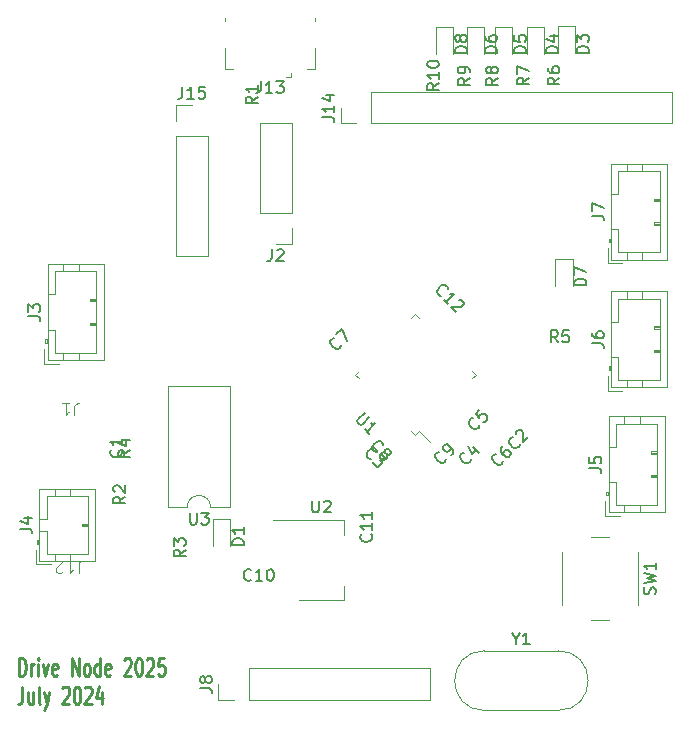
<source format=gbr>
%TF.GenerationSoftware,KiCad,Pcbnew,7.0.10*%
%TF.CreationDate,2024-07-04T11:23:38+05:30*%
%TF.ProjectId,Drive_Node,44726976-655f-44e6-9f64-652e6b696361,rev?*%
%TF.SameCoordinates,Original*%
%TF.FileFunction,Legend,Top*%
%TF.FilePolarity,Positive*%
%FSLAX46Y46*%
G04 Gerber Fmt 4.6, Leading zero omitted, Abs format (unit mm)*
G04 Created by KiCad (PCBNEW 7.0.10) date 2024-07-04 11:23:38*
%MOMM*%
%LPD*%
G01*
G04 APERTURE LIST*
%ADD10C,0.250000*%
%ADD11C,0.150000*%
%ADD12C,0.100000*%
%ADD13C,0.120000*%
G04 APERTURE END LIST*
D10*
X112602568Y-106588428D02*
X112602568Y-105088428D01*
X112602568Y-105088428D02*
X112840663Y-105088428D01*
X112840663Y-105088428D02*
X112983520Y-105159857D01*
X112983520Y-105159857D02*
X113078758Y-105302714D01*
X113078758Y-105302714D02*
X113126377Y-105445571D01*
X113126377Y-105445571D02*
X113173996Y-105731285D01*
X113173996Y-105731285D02*
X113173996Y-105945571D01*
X113173996Y-105945571D02*
X113126377Y-106231285D01*
X113126377Y-106231285D02*
X113078758Y-106374142D01*
X113078758Y-106374142D02*
X112983520Y-106517000D01*
X112983520Y-106517000D02*
X112840663Y-106588428D01*
X112840663Y-106588428D02*
X112602568Y-106588428D01*
X113602568Y-106588428D02*
X113602568Y-105588428D01*
X113602568Y-105874142D02*
X113650187Y-105731285D01*
X113650187Y-105731285D02*
X113697806Y-105659857D01*
X113697806Y-105659857D02*
X113793044Y-105588428D01*
X113793044Y-105588428D02*
X113888282Y-105588428D01*
X114221616Y-106588428D02*
X114221616Y-105588428D01*
X114221616Y-105088428D02*
X114173997Y-105159857D01*
X114173997Y-105159857D02*
X114221616Y-105231285D01*
X114221616Y-105231285D02*
X114269235Y-105159857D01*
X114269235Y-105159857D02*
X114221616Y-105088428D01*
X114221616Y-105088428D02*
X114221616Y-105231285D01*
X114602568Y-105588428D02*
X114840663Y-106588428D01*
X114840663Y-106588428D02*
X115078758Y-105588428D01*
X115840663Y-106517000D02*
X115745425Y-106588428D01*
X115745425Y-106588428D02*
X115554949Y-106588428D01*
X115554949Y-106588428D02*
X115459711Y-106517000D01*
X115459711Y-106517000D02*
X115412092Y-106374142D01*
X115412092Y-106374142D02*
X115412092Y-105802714D01*
X115412092Y-105802714D02*
X115459711Y-105659857D01*
X115459711Y-105659857D02*
X115554949Y-105588428D01*
X115554949Y-105588428D02*
X115745425Y-105588428D01*
X115745425Y-105588428D02*
X115840663Y-105659857D01*
X115840663Y-105659857D02*
X115888282Y-105802714D01*
X115888282Y-105802714D02*
X115888282Y-105945571D01*
X115888282Y-105945571D02*
X115412092Y-106088428D01*
X117078759Y-106588428D02*
X117078759Y-105088428D01*
X117078759Y-105088428D02*
X117650187Y-106588428D01*
X117650187Y-106588428D02*
X117650187Y-105088428D01*
X118269235Y-106588428D02*
X118173997Y-106517000D01*
X118173997Y-106517000D02*
X118126378Y-106445571D01*
X118126378Y-106445571D02*
X118078759Y-106302714D01*
X118078759Y-106302714D02*
X118078759Y-105874142D01*
X118078759Y-105874142D02*
X118126378Y-105731285D01*
X118126378Y-105731285D02*
X118173997Y-105659857D01*
X118173997Y-105659857D02*
X118269235Y-105588428D01*
X118269235Y-105588428D02*
X118412092Y-105588428D01*
X118412092Y-105588428D02*
X118507330Y-105659857D01*
X118507330Y-105659857D02*
X118554949Y-105731285D01*
X118554949Y-105731285D02*
X118602568Y-105874142D01*
X118602568Y-105874142D02*
X118602568Y-106302714D01*
X118602568Y-106302714D02*
X118554949Y-106445571D01*
X118554949Y-106445571D02*
X118507330Y-106517000D01*
X118507330Y-106517000D02*
X118412092Y-106588428D01*
X118412092Y-106588428D02*
X118269235Y-106588428D01*
X119459711Y-106588428D02*
X119459711Y-105088428D01*
X119459711Y-106517000D02*
X119364473Y-106588428D01*
X119364473Y-106588428D02*
X119173997Y-106588428D01*
X119173997Y-106588428D02*
X119078759Y-106517000D01*
X119078759Y-106517000D02*
X119031140Y-106445571D01*
X119031140Y-106445571D02*
X118983521Y-106302714D01*
X118983521Y-106302714D02*
X118983521Y-105874142D01*
X118983521Y-105874142D02*
X119031140Y-105731285D01*
X119031140Y-105731285D02*
X119078759Y-105659857D01*
X119078759Y-105659857D02*
X119173997Y-105588428D01*
X119173997Y-105588428D02*
X119364473Y-105588428D01*
X119364473Y-105588428D02*
X119459711Y-105659857D01*
X120316854Y-106517000D02*
X120221616Y-106588428D01*
X120221616Y-106588428D02*
X120031140Y-106588428D01*
X120031140Y-106588428D02*
X119935902Y-106517000D01*
X119935902Y-106517000D02*
X119888283Y-106374142D01*
X119888283Y-106374142D02*
X119888283Y-105802714D01*
X119888283Y-105802714D02*
X119935902Y-105659857D01*
X119935902Y-105659857D02*
X120031140Y-105588428D01*
X120031140Y-105588428D02*
X120221616Y-105588428D01*
X120221616Y-105588428D02*
X120316854Y-105659857D01*
X120316854Y-105659857D02*
X120364473Y-105802714D01*
X120364473Y-105802714D02*
X120364473Y-105945571D01*
X120364473Y-105945571D02*
X119888283Y-106088428D01*
X121507331Y-105231285D02*
X121554950Y-105159857D01*
X121554950Y-105159857D02*
X121650188Y-105088428D01*
X121650188Y-105088428D02*
X121888283Y-105088428D01*
X121888283Y-105088428D02*
X121983521Y-105159857D01*
X121983521Y-105159857D02*
X122031140Y-105231285D01*
X122031140Y-105231285D02*
X122078759Y-105374142D01*
X122078759Y-105374142D02*
X122078759Y-105517000D01*
X122078759Y-105517000D02*
X122031140Y-105731285D01*
X122031140Y-105731285D02*
X121459712Y-106588428D01*
X121459712Y-106588428D02*
X122078759Y-106588428D01*
X122697807Y-105088428D02*
X122793045Y-105088428D01*
X122793045Y-105088428D02*
X122888283Y-105159857D01*
X122888283Y-105159857D02*
X122935902Y-105231285D01*
X122935902Y-105231285D02*
X122983521Y-105374142D01*
X122983521Y-105374142D02*
X123031140Y-105659857D01*
X123031140Y-105659857D02*
X123031140Y-106017000D01*
X123031140Y-106017000D02*
X122983521Y-106302714D01*
X122983521Y-106302714D02*
X122935902Y-106445571D01*
X122935902Y-106445571D02*
X122888283Y-106517000D01*
X122888283Y-106517000D02*
X122793045Y-106588428D01*
X122793045Y-106588428D02*
X122697807Y-106588428D01*
X122697807Y-106588428D02*
X122602569Y-106517000D01*
X122602569Y-106517000D02*
X122554950Y-106445571D01*
X122554950Y-106445571D02*
X122507331Y-106302714D01*
X122507331Y-106302714D02*
X122459712Y-106017000D01*
X122459712Y-106017000D02*
X122459712Y-105659857D01*
X122459712Y-105659857D02*
X122507331Y-105374142D01*
X122507331Y-105374142D02*
X122554950Y-105231285D01*
X122554950Y-105231285D02*
X122602569Y-105159857D01*
X122602569Y-105159857D02*
X122697807Y-105088428D01*
X123412093Y-105231285D02*
X123459712Y-105159857D01*
X123459712Y-105159857D02*
X123554950Y-105088428D01*
X123554950Y-105088428D02*
X123793045Y-105088428D01*
X123793045Y-105088428D02*
X123888283Y-105159857D01*
X123888283Y-105159857D02*
X123935902Y-105231285D01*
X123935902Y-105231285D02*
X123983521Y-105374142D01*
X123983521Y-105374142D02*
X123983521Y-105517000D01*
X123983521Y-105517000D02*
X123935902Y-105731285D01*
X123935902Y-105731285D02*
X123364474Y-106588428D01*
X123364474Y-106588428D02*
X123983521Y-106588428D01*
X124888283Y-105088428D02*
X124412093Y-105088428D01*
X124412093Y-105088428D02*
X124364474Y-105802714D01*
X124364474Y-105802714D02*
X124412093Y-105731285D01*
X124412093Y-105731285D02*
X124507331Y-105659857D01*
X124507331Y-105659857D02*
X124745426Y-105659857D01*
X124745426Y-105659857D02*
X124840664Y-105731285D01*
X124840664Y-105731285D02*
X124888283Y-105802714D01*
X124888283Y-105802714D02*
X124935902Y-105945571D01*
X124935902Y-105945571D02*
X124935902Y-106302714D01*
X124935902Y-106302714D02*
X124888283Y-106445571D01*
X124888283Y-106445571D02*
X124840664Y-106517000D01*
X124840664Y-106517000D02*
X124745426Y-106588428D01*
X124745426Y-106588428D02*
X124507331Y-106588428D01*
X124507331Y-106588428D02*
X124412093Y-106517000D01*
X124412093Y-106517000D02*
X124364474Y-106445571D01*
X112888282Y-107503428D02*
X112888282Y-108574857D01*
X112888282Y-108574857D02*
X112840663Y-108789142D01*
X112840663Y-108789142D02*
X112745425Y-108932000D01*
X112745425Y-108932000D02*
X112602568Y-109003428D01*
X112602568Y-109003428D02*
X112507330Y-109003428D01*
X113793044Y-108003428D02*
X113793044Y-109003428D01*
X113364473Y-108003428D02*
X113364473Y-108789142D01*
X113364473Y-108789142D02*
X113412092Y-108932000D01*
X113412092Y-108932000D02*
X113507330Y-109003428D01*
X113507330Y-109003428D02*
X113650187Y-109003428D01*
X113650187Y-109003428D02*
X113745425Y-108932000D01*
X113745425Y-108932000D02*
X113793044Y-108860571D01*
X114412092Y-109003428D02*
X114316854Y-108932000D01*
X114316854Y-108932000D02*
X114269235Y-108789142D01*
X114269235Y-108789142D02*
X114269235Y-107503428D01*
X114697807Y-108003428D02*
X114935902Y-109003428D01*
X115173997Y-108003428D02*
X114935902Y-109003428D01*
X114935902Y-109003428D02*
X114840664Y-109360571D01*
X114840664Y-109360571D02*
X114793045Y-109432000D01*
X114793045Y-109432000D02*
X114697807Y-109503428D01*
X116269236Y-107646285D02*
X116316855Y-107574857D01*
X116316855Y-107574857D02*
X116412093Y-107503428D01*
X116412093Y-107503428D02*
X116650188Y-107503428D01*
X116650188Y-107503428D02*
X116745426Y-107574857D01*
X116745426Y-107574857D02*
X116793045Y-107646285D01*
X116793045Y-107646285D02*
X116840664Y-107789142D01*
X116840664Y-107789142D02*
X116840664Y-107932000D01*
X116840664Y-107932000D02*
X116793045Y-108146285D01*
X116793045Y-108146285D02*
X116221617Y-109003428D01*
X116221617Y-109003428D02*
X116840664Y-109003428D01*
X117459712Y-107503428D02*
X117554950Y-107503428D01*
X117554950Y-107503428D02*
X117650188Y-107574857D01*
X117650188Y-107574857D02*
X117697807Y-107646285D01*
X117697807Y-107646285D02*
X117745426Y-107789142D01*
X117745426Y-107789142D02*
X117793045Y-108074857D01*
X117793045Y-108074857D02*
X117793045Y-108432000D01*
X117793045Y-108432000D02*
X117745426Y-108717714D01*
X117745426Y-108717714D02*
X117697807Y-108860571D01*
X117697807Y-108860571D02*
X117650188Y-108932000D01*
X117650188Y-108932000D02*
X117554950Y-109003428D01*
X117554950Y-109003428D02*
X117459712Y-109003428D01*
X117459712Y-109003428D02*
X117364474Y-108932000D01*
X117364474Y-108932000D02*
X117316855Y-108860571D01*
X117316855Y-108860571D02*
X117269236Y-108717714D01*
X117269236Y-108717714D02*
X117221617Y-108432000D01*
X117221617Y-108432000D02*
X117221617Y-108074857D01*
X117221617Y-108074857D02*
X117269236Y-107789142D01*
X117269236Y-107789142D02*
X117316855Y-107646285D01*
X117316855Y-107646285D02*
X117364474Y-107574857D01*
X117364474Y-107574857D02*
X117459712Y-107503428D01*
X118173998Y-107646285D02*
X118221617Y-107574857D01*
X118221617Y-107574857D02*
X118316855Y-107503428D01*
X118316855Y-107503428D02*
X118554950Y-107503428D01*
X118554950Y-107503428D02*
X118650188Y-107574857D01*
X118650188Y-107574857D02*
X118697807Y-107646285D01*
X118697807Y-107646285D02*
X118745426Y-107789142D01*
X118745426Y-107789142D02*
X118745426Y-107932000D01*
X118745426Y-107932000D02*
X118697807Y-108146285D01*
X118697807Y-108146285D02*
X118126379Y-109003428D01*
X118126379Y-109003428D02*
X118745426Y-109003428D01*
X119602569Y-108003428D02*
X119602569Y-109003428D01*
X119364474Y-107432000D02*
X119126379Y-108503428D01*
X119126379Y-108503428D02*
X119745426Y-108503428D01*
D11*
X121206026Y-87466665D02*
X121253646Y-87514284D01*
X121253646Y-87514284D02*
X121301265Y-87657141D01*
X121301265Y-87657141D02*
X121301265Y-87752379D01*
X121301265Y-87752379D02*
X121253646Y-87895236D01*
X121253646Y-87895236D02*
X121158407Y-87990474D01*
X121158407Y-87990474D02*
X121063169Y-88038093D01*
X121063169Y-88038093D02*
X120872693Y-88085712D01*
X120872693Y-88085712D02*
X120729836Y-88085712D01*
X120729836Y-88085712D02*
X120539360Y-88038093D01*
X120539360Y-88038093D02*
X120444122Y-87990474D01*
X120444122Y-87990474D02*
X120348884Y-87895236D01*
X120348884Y-87895236D02*
X120301265Y-87752379D01*
X120301265Y-87752379D02*
X120301265Y-87657141D01*
X120301265Y-87657141D02*
X120348884Y-87514284D01*
X120348884Y-87514284D02*
X120396503Y-87466665D01*
X121301265Y-86514284D02*
X121301265Y-87085712D01*
X121301265Y-86799998D02*
X120301265Y-86799998D01*
X120301265Y-86799998D02*
X120444122Y-86895236D01*
X120444122Y-86895236D02*
X120539360Y-86990474D01*
X120539360Y-86990474D02*
X120586979Y-87085712D01*
X154989964Y-86979219D02*
X154989964Y-87046563D01*
X154989964Y-87046563D02*
X154922620Y-87181250D01*
X154922620Y-87181250D02*
X154855277Y-87248593D01*
X154855277Y-87248593D02*
X154720590Y-87315937D01*
X154720590Y-87315937D02*
X154585903Y-87315937D01*
X154585903Y-87315937D02*
X154484888Y-87282265D01*
X154484888Y-87282265D02*
X154316529Y-87181250D01*
X154316529Y-87181250D02*
X154215514Y-87080235D01*
X154215514Y-87080235D02*
X154114498Y-86911876D01*
X154114498Y-86911876D02*
X154080827Y-86810861D01*
X154080827Y-86810861D02*
X154080827Y-86676174D01*
X154080827Y-86676174D02*
X154148170Y-86541487D01*
X154148170Y-86541487D02*
X154215514Y-86474143D01*
X154215514Y-86474143D02*
X154350201Y-86406800D01*
X154350201Y-86406800D02*
X154417544Y-86406800D01*
X154686918Y-86137426D02*
X154686918Y-86070082D01*
X154686918Y-86070082D02*
X154720590Y-85969067D01*
X154720590Y-85969067D02*
X154888949Y-85800708D01*
X154888949Y-85800708D02*
X154989964Y-85767036D01*
X154989964Y-85767036D02*
X155057307Y-85767036D01*
X155057307Y-85767036D02*
X155158323Y-85800708D01*
X155158323Y-85800708D02*
X155225666Y-85868052D01*
X155225666Y-85868052D02*
X155293010Y-86002739D01*
X155293010Y-86002739D02*
X155293010Y-86810861D01*
X155293010Y-86810861D02*
X155730742Y-86373128D01*
X142361680Y-88237972D02*
X142294336Y-88237972D01*
X142294336Y-88237972D02*
X142159649Y-88170628D01*
X142159649Y-88170628D02*
X142092306Y-88103285D01*
X142092306Y-88103285D02*
X142024962Y-87968598D01*
X142024962Y-87968598D02*
X142024962Y-87833911D01*
X142024962Y-87833911D02*
X142058634Y-87732896D01*
X142058634Y-87732896D02*
X142159649Y-87564537D01*
X142159649Y-87564537D02*
X142260664Y-87463522D01*
X142260664Y-87463522D02*
X142429023Y-87362506D01*
X142429023Y-87362506D02*
X142530038Y-87328835D01*
X142530038Y-87328835D02*
X142664725Y-87328835D01*
X142664725Y-87328835D02*
X142799412Y-87396178D01*
X142799412Y-87396178D02*
X142866756Y-87463522D01*
X142866756Y-87463522D02*
X142934099Y-87598209D01*
X142934099Y-87598209D02*
X142934099Y-87665552D01*
X143237145Y-87833911D02*
X143674878Y-88271644D01*
X143674878Y-88271644D02*
X143169802Y-88305315D01*
X143169802Y-88305315D02*
X143270817Y-88406331D01*
X143270817Y-88406331D02*
X143304489Y-88507346D01*
X143304489Y-88507346D02*
X143304489Y-88574689D01*
X143304489Y-88574689D02*
X143270817Y-88675705D01*
X143270817Y-88675705D02*
X143102458Y-88844063D01*
X143102458Y-88844063D02*
X143001443Y-88877735D01*
X143001443Y-88877735D02*
X142934099Y-88877735D01*
X142934099Y-88877735D02*
X142833084Y-88844063D01*
X142833084Y-88844063D02*
X142631054Y-88642033D01*
X142631054Y-88642033D02*
X142597382Y-88541018D01*
X142597382Y-88541018D02*
X142597382Y-88473674D01*
X150875751Y-88265004D02*
X150875751Y-88332348D01*
X150875751Y-88332348D02*
X150808407Y-88467035D01*
X150808407Y-88467035D02*
X150741064Y-88534378D01*
X150741064Y-88534378D02*
X150606377Y-88601722D01*
X150606377Y-88601722D02*
X150471690Y-88601722D01*
X150471690Y-88601722D02*
X150370675Y-88568050D01*
X150370675Y-88568050D02*
X150202316Y-88467035D01*
X150202316Y-88467035D02*
X150101301Y-88366020D01*
X150101301Y-88366020D02*
X150000285Y-88197661D01*
X150000285Y-88197661D02*
X149966614Y-88096646D01*
X149966614Y-88096646D02*
X149966614Y-87961959D01*
X149966614Y-87961959D02*
X150033957Y-87827272D01*
X150033957Y-87827272D02*
X150101301Y-87759928D01*
X150101301Y-87759928D02*
X150235988Y-87692585D01*
X150235988Y-87692585D02*
X150303331Y-87692585D01*
X151077781Y-87254852D02*
X151549186Y-87726256D01*
X150640049Y-87153837D02*
X150976766Y-87827272D01*
X150976766Y-87827272D02*
X151414499Y-87389539D01*
X151589964Y-85379219D02*
X151589964Y-85446563D01*
X151589964Y-85446563D02*
X151522620Y-85581250D01*
X151522620Y-85581250D02*
X151455277Y-85648593D01*
X151455277Y-85648593D02*
X151320590Y-85715937D01*
X151320590Y-85715937D02*
X151185903Y-85715937D01*
X151185903Y-85715937D02*
X151084888Y-85682265D01*
X151084888Y-85682265D02*
X150916529Y-85581250D01*
X150916529Y-85581250D02*
X150815514Y-85480235D01*
X150815514Y-85480235D02*
X150714498Y-85311876D01*
X150714498Y-85311876D02*
X150680827Y-85210861D01*
X150680827Y-85210861D02*
X150680827Y-85076174D01*
X150680827Y-85076174D02*
X150748170Y-84941487D01*
X150748170Y-84941487D02*
X150815514Y-84874143D01*
X150815514Y-84874143D02*
X150950201Y-84806800D01*
X150950201Y-84806800D02*
X151017544Y-84806800D01*
X151589964Y-84099693D02*
X151253246Y-84436410D01*
X151253246Y-84436410D02*
X151556292Y-84806800D01*
X151556292Y-84806800D02*
X151556292Y-84739456D01*
X151556292Y-84739456D02*
X151589964Y-84638441D01*
X151589964Y-84638441D02*
X151758323Y-84470082D01*
X151758323Y-84470082D02*
X151859338Y-84436410D01*
X151859338Y-84436410D02*
X151926681Y-84436410D01*
X151926681Y-84436410D02*
X152027697Y-84470082D01*
X152027697Y-84470082D02*
X152196055Y-84638441D01*
X152196055Y-84638441D02*
X152229727Y-84739456D01*
X152229727Y-84739456D02*
X152229727Y-84806800D01*
X152229727Y-84806800D02*
X152196055Y-84907815D01*
X152196055Y-84907815D02*
X152027697Y-85076174D01*
X152027697Y-85076174D02*
X151926681Y-85109845D01*
X151926681Y-85109845D02*
X151859338Y-85109845D01*
X153589964Y-88379219D02*
X153589964Y-88446563D01*
X153589964Y-88446563D02*
X153522620Y-88581250D01*
X153522620Y-88581250D02*
X153455277Y-88648593D01*
X153455277Y-88648593D02*
X153320590Y-88715937D01*
X153320590Y-88715937D02*
X153185903Y-88715937D01*
X153185903Y-88715937D02*
X153084888Y-88682265D01*
X153084888Y-88682265D02*
X152916529Y-88581250D01*
X152916529Y-88581250D02*
X152815514Y-88480235D01*
X152815514Y-88480235D02*
X152714498Y-88311876D01*
X152714498Y-88311876D02*
X152680827Y-88210861D01*
X152680827Y-88210861D02*
X152680827Y-88076174D01*
X152680827Y-88076174D02*
X152748170Y-87941487D01*
X152748170Y-87941487D02*
X152815514Y-87874143D01*
X152815514Y-87874143D02*
X152950201Y-87806800D01*
X152950201Y-87806800D02*
X153017544Y-87806800D01*
X153556292Y-87133365D02*
X153421605Y-87268052D01*
X153421605Y-87268052D02*
X153387933Y-87369067D01*
X153387933Y-87369067D02*
X153387933Y-87436410D01*
X153387933Y-87436410D02*
X153421605Y-87604769D01*
X153421605Y-87604769D02*
X153522620Y-87773128D01*
X153522620Y-87773128D02*
X153791994Y-88042502D01*
X153791994Y-88042502D02*
X153893010Y-88076174D01*
X153893010Y-88076174D02*
X153960353Y-88076174D01*
X153960353Y-88076174D02*
X154061368Y-88042502D01*
X154061368Y-88042502D02*
X154196055Y-87907815D01*
X154196055Y-87907815D02*
X154229727Y-87806800D01*
X154229727Y-87806800D02*
X154229727Y-87739456D01*
X154229727Y-87739456D02*
X154196055Y-87638441D01*
X154196055Y-87638441D02*
X154027697Y-87470082D01*
X154027697Y-87470082D02*
X153926681Y-87436410D01*
X153926681Y-87436410D02*
X153859338Y-87436410D01*
X153859338Y-87436410D02*
X153758323Y-87470082D01*
X153758323Y-87470082D02*
X153623636Y-87604769D01*
X153623636Y-87604769D02*
X153589964Y-87705784D01*
X153589964Y-87705784D02*
X153589964Y-87773128D01*
X153589964Y-87773128D02*
X153623636Y-87874143D01*
X139875750Y-78565004D02*
X139875750Y-78632348D01*
X139875750Y-78632348D02*
X139808406Y-78767035D01*
X139808406Y-78767035D02*
X139741063Y-78834378D01*
X139741063Y-78834378D02*
X139606376Y-78901722D01*
X139606376Y-78901722D02*
X139471689Y-78901722D01*
X139471689Y-78901722D02*
X139370674Y-78868050D01*
X139370674Y-78868050D02*
X139202315Y-78767035D01*
X139202315Y-78767035D02*
X139101300Y-78666020D01*
X139101300Y-78666020D02*
X139000284Y-78497661D01*
X139000284Y-78497661D02*
X138966613Y-78396646D01*
X138966613Y-78396646D02*
X138966613Y-78261959D01*
X138966613Y-78261959D02*
X139033956Y-78127272D01*
X139033956Y-78127272D02*
X139101300Y-78059928D01*
X139101300Y-78059928D02*
X139235987Y-77992585D01*
X139235987Y-77992585D02*
X139303330Y-77992585D01*
X139471689Y-77689539D02*
X139943093Y-77218134D01*
X139943093Y-77218134D02*
X140347154Y-78228287D01*
X142867226Y-87643517D02*
X142799882Y-87643517D01*
X142799882Y-87643517D02*
X142665195Y-87576173D01*
X142665195Y-87576173D02*
X142597852Y-87508830D01*
X142597852Y-87508830D02*
X142530508Y-87374143D01*
X142530508Y-87374143D02*
X142530508Y-87239456D01*
X142530508Y-87239456D02*
X142564180Y-87138441D01*
X142564180Y-87138441D02*
X142665195Y-86970082D01*
X142665195Y-86970082D02*
X142766210Y-86869067D01*
X142766210Y-86869067D02*
X142934569Y-86768051D01*
X142934569Y-86768051D02*
X143035584Y-86734380D01*
X143035584Y-86734380D02*
X143170271Y-86734380D01*
X143170271Y-86734380D02*
X143304958Y-86801723D01*
X143304958Y-86801723D02*
X143372302Y-86869067D01*
X143372302Y-86869067D02*
X143439645Y-87003754D01*
X143439645Y-87003754D02*
X143439645Y-87071097D01*
X143608004Y-87710860D02*
X143574332Y-87609845D01*
X143574332Y-87609845D02*
X143574332Y-87542502D01*
X143574332Y-87542502D02*
X143608004Y-87441486D01*
X143608004Y-87441486D02*
X143641676Y-87407815D01*
X143641676Y-87407815D02*
X143742691Y-87374143D01*
X143742691Y-87374143D02*
X143810035Y-87374143D01*
X143810035Y-87374143D02*
X143911050Y-87407815D01*
X143911050Y-87407815D02*
X144045737Y-87542502D01*
X144045737Y-87542502D02*
X144079409Y-87643517D01*
X144079409Y-87643517D02*
X144079409Y-87710860D01*
X144079409Y-87710860D02*
X144045737Y-87811876D01*
X144045737Y-87811876D02*
X144012065Y-87845547D01*
X144012065Y-87845547D02*
X143911050Y-87879219D01*
X143911050Y-87879219D02*
X143843706Y-87879219D01*
X143843706Y-87879219D02*
X143742691Y-87845547D01*
X143742691Y-87845547D02*
X143608004Y-87710860D01*
X143608004Y-87710860D02*
X143506989Y-87677189D01*
X143506989Y-87677189D02*
X143439645Y-87677189D01*
X143439645Y-87677189D02*
X143338630Y-87710860D01*
X143338630Y-87710860D02*
X143203943Y-87845547D01*
X143203943Y-87845547D02*
X143170271Y-87946563D01*
X143170271Y-87946563D02*
X143170271Y-88013906D01*
X143170271Y-88013906D02*
X143203943Y-88114921D01*
X143203943Y-88114921D02*
X143338630Y-88249608D01*
X143338630Y-88249608D02*
X143439645Y-88283280D01*
X143439645Y-88283280D02*
X143506989Y-88283280D01*
X143506989Y-88283280D02*
X143608004Y-88249608D01*
X143608004Y-88249608D02*
X143742691Y-88114921D01*
X143742691Y-88114921D02*
X143776363Y-88013906D01*
X143776363Y-88013906D02*
X143776363Y-87946563D01*
X143776363Y-87946563D02*
X143742691Y-87845547D01*
X148766741Y-88202442D02*
X148766741Y-88269786D01*
X148766741Y-88269786D02*
X148699397Y-88404473D01*
X148699397Y-88404473D02*
X148632054Y-88471816D01*
X148632054Y-88471816D02*
X148497367Y-88539160D01*
X148497367Y-88539160D02*
X148362680Y-88539160D01*
X148362680Y-88539160D02*
X148261665Y-88505488D01*
X148261665Y-88505488D02*
X148093306Y-88404473D01*
X148093306Y-88404473D02*
X147992291Y-88303458D01*
X147992291Y-88303458D02*
X147891275Y-88135099D01*
X147891275Y-88135099D02*
X147857604Y-88034084D01*
X147857604Y-88034084D02*
X147857604Y-87899397D01*
X147857604Y-87899397D02*
X147924947Y-87764710D01*
X147924947Y-87764710D02*
X147992291Y-87697366D01*
X147992291Y-87697366D02*
X148126978Y-87630023D01*
X148126978Y-87630023D02*
X148194321Y-87630023D01*
X149170802Y-87933068D02*
X149305489Y-87798381D01*
X149305489Y-87798381D02*
X149339161Y-87697366D01*
X149339161Y-87697366D02*
X149339161Y-87630023D01*
X149339161Y-87630023D02*
X149305489Y-87461664D01*
X149305489Y-87461664D02*
X149204474Y-87293305D01*
X149204474Y-87293305D02*
X148935100Y-87023931D01*
X148935100Y-87023931D02*
X148834084Y-86990259D01*
X148834084Y-86990259D02*
X148766741Y-86990259D01*
X148766741Y-86990259D02*
X148665726Y-87023931D01*
X148665726Y-87023931D02*
X148531039Y-87158618D01*
X148531039Y-87158618D02*
X148497367Y-87259633D01*
X148497367Y-87259633D02*
X148497367Y-87326977D01*
X148497367Y-87326977D02*
X148531039Y-87427992D01*
X148531039Y-87427992D02*
X148699397Y-87596351D01*
X148699397Y-87596351D02*
X148800413Y-87630023D01*
X148800413Y-87630023D02*
X148867756Y-87630023D01*
X148867756Y-87630023D02*
X148968771Y-87596351D01*
X148968771Y-87596351D02*
X149103458Y-87461664D01*
X149103458Y-87461664D02*
X149137130Y-87360649D01*
X149137130Y-87360649D02*
X149137130Y-87293305D01*
X149137130Y-87293305D02*
X149103458Y-87192290D01*
X132253588Y-98459579D02*
X132205969Y-98507199D01*
X132205969Y-98507199D02*
X132063112Y-98554818D01*
X132063112Y-98554818D02*
X131967874Y-98554818D01*
X131967874Y-98554818D02*
X131825017Y-98507199D01*
X131825017Y-98507199D02*
X131729779Y-98411960D01*
X131729779Y-98411960D02*
X131682160Y-98316722D01*
X131682160Y-98316722D02*
X131634541Y-98126246D01*
X131634541Y-98126246D02*
X131634541Y-97983389D01*
X131634541Y-97983389D02*
X131682160Y-97792913D01*
X131682160Y-97792913D02*
X131729779Y-97697675D01*
X131729779Y-97697675D02*
X131825017Y-97602437D01*
X131825017Y-97602437D02*
X131967874Y-97554818D01*
X131967874Y-97554818D02*
X132063112Y-97554818D01*
X132063112Y-97554818D02*
X132205969Y-97602437D01*
X132205969Y-97602437D02*
X132253588Y-97650056D01*
X133205969Y-98554818D02*
X132634541Y-98554818D01*
X132920255Y-98554818D02*
X132920255Y-97554818D01*
X132920255Y-97554818D02*
X132825017Y-97697675D01*
X132825017Y-97697675D02*
X132729779Y-97792913D01*
X132729779Y-97792913D02*
X132634541Y-97840532D01*
X133825017Y-97554818D02*
X133920255Y-97554818D01*
X133920255Y-97554818D02*
X134015493Y-97602437D01*
X134015493Y-97602437D02*
X134063112Y-97650056D01*
X134063112Y-97650056D02*
X134110731Y-97745294D01*
X134110731Y-97745294D02*
X134158350Y-97935770D01*
X134158350Y-97935770D02*
X134158350Y-98173865D01*
X134158350Y-98173865D02*
X134110731Y-98364341D01*
X134110731Y-98364341D02*
X134063112Y-98459579D01*
X134063112Y-98459579D02*
X134015493Y-98507199D01*
X134015493Y-98507199D02*
X133920255Y-98554818D01*
X133920255Y-98554818D02*
X133825017Y-98554818D01*
X133825017Y-98554818D02*
X133729779Y-98507199D01*
X133729779Y-98507199D02*
X133682160Y-98459579D01*
X133682160Y-98459579D02*
X133634541Y-98364341D01*
X133634541Y-98364341D02*
X133586922Y-98173865D01*
X133586922Y-98173865D02*
X133586922Y-97935770D01*
X133586922Y-97935770D02*
X133634541Y-97745294D01*
X133634541Y-97745294D02*
X133682160Y-97650056D01*
X133682160Y-97650056D02*
X133729779Y-97602437D01*
X133729779Y-97602437D02*
X133825017Y-97554818D01*
X142406027Y-94617857D02*
X142453647Y-94665476D01*
X142453647Y-94665476D02*
X142501266Y-94808333D01*
X142501266Y-94808333D02*
X142501266Y-94903571D01*
X142501266Y-94903571D02*
X142453647Y-95046428D01*
X142453647Y-95046428D02*
X142358408Y-95141666D01*
X142358408Y-95141666D02*
X142263170Y-95189285D01*
X142263170Y-95189285D02*
X142072694Y-95236904D01*
X142072694Y-95236904D02*
X141929837Y-95236904D01*
X141929837Y-95236904D02*
X141739361Y-95189285D01*
X141739361Y-95189285D02*
X141644123Y-95141666D01*
X141644123Y-95141666D02*
X141548885Y-95046428D01*
X141548885Y-95046428D02*
X141501266Y-94903571D01*
X141501266Y-94903571D02*
X141501266Y-94808333D01*
X141501266Y-94808333D02*
X141548885Y-94665476D01*
X141548885Y-94665476D02*
X141596504Y-94617857D01*
X142501266Y-93665476D02*
X142501266Y-94236904D01*
X142501266Y-93951190D02*
X141501266Y-93951190D01*
X141501266Y-93951190D02*
X141644123Y-94046428D01*
X141644123Y-94046428D02*
X141739361Y-94141666D01*
X141739361Y-94141666D02*
X141786980Y-94236904D01*
X142501266Y-92713095D02*
X142501266Y-93284523D01*
X142501266Y-92998809D02*
X141501266Y-92998809D01*
X141501266Y-92998809D02*
X141644123Y-93094047D01*
X141644123Y-93094047D02*
X141739361Y-93189285D01*
X141739361Y-93189285D02*
X141786980Y-93284523D01*
X148350269Y-74398132D02*
X148282925Y-74398132D01*
X148282925Y-74398132D02*
X148148238Y-74330788D01*
X148148238Y-74330788D02*
X148080895Y-74263445D01*
X148080895Y-74263445D02*
X148013551Y-74128758D01*
X148013551Y-74128758D02*
X148013551Y-73994071D01*
X148013551Y-73994071D02*
X148047223Y-73893056D01*
X148047223Y-73893056D02*
X148148238Y-73724697D01*
X148148238Y-73724697D02*
X148249253Y-73623682D01*
X148249253Y-73623682D02*
X148417612Y-73522666D01*
X148417612Y-73522666D02*
X148518627Y-73488995D01*
X148518627Y-73488995D02*
X148653314Y-73488995D01*
X148653314Y-73488995D02*
X148788001Y-73556338D01*
X148788001Y-73556338D02*
X148855345Y-73623682D01*
X148855345Y-73623682D02*
X148922688Y-73758369D01*
X148922688Y-73758369D02*
X148922688Y-73825712D01*
X148956360Y-75138910D02*
X148552299Y-74734849D01*
X148754330Y-74936880D02*
X149461436Y-74229773D01*
X149461436Y-74229773D02*
X149293078Y-74263445D01*
X149293078Y-74263445D02*
X149158391Y-74263445D01*
X149158391Y-74263445D02*
X149057375Y-74229773D01*
X149865498Y-74768521D02*
X149932841Y-74768521D01*
X149932841Y-74768521D02*
X150033856Y-74802193D01*
X150033856Y-74802193D02*
X150202215Y-74970552D01*
X150202215Y-74970552D02*
X150235887Y-75071567D01*
X150235887Y-75071567D02*
X150235887Y-75138911D01*
X150235887Y-75138911D02*
X150202215Y-75239926D01*
X150202215Y-75239926D02*
X150134872Y-75307269D01*
X150134872Y-75307269D02*
X150000185Y-75374613D01*
X150000185Y-75374613D02*
X149192063Y-75374613D01*
X149192063Y-75374613D02*
X149629795Y-75812346D01*
X131631265Y-95525594D02*
X130631265Y-95525594D01*
X130631265Y-95525594D02*
X130631265Y-95287499D01*
X130631265Y-95287499D02*
X130678884Y-95144642D01*
X130678884Y-95144642D02*
X130774122Y-95049404D01*
X130774122Y-95049404D02*
X130869360Y-95001785D01*
X130869360Y-95001785D02*
X131059836Y-94954166D01*
X131059836Y-94954166D02*
X131202693Y-94954166D01*
X131202693Y-94954166D02*
X131393169Y-95001785D01*
X131393169Y-95001785D02*
X131488407Y-95049404D01*
X131488407Y-95049404D02*
X131583646Y-95144642D01*
X131583646Y-95144642D02*
X131631265Y-95287499D01*
X131631265Y-95287499D02*
X131631265Y-95525594D01*
X131631265Y-94001785D02*
X131631265Y-94573213D01*
X131631265Y-94287499D02*
X130631265Y-94287499D01*
X130631265Y-94287499D02*
X130774122Y-94382737D01*
X130774122Y-94382737D02*
X130869360Y-94477975D01*
X130869360Y-94477975D02*
X130916979Y-94573213D01*
X160831265Y-53838094D02*
X159831265Y-53838094D01*
X159831265Y-53838094D02*
X159831265Y-53599999D01*
X159831265Y-53599999D02*
X159878884Y-53457142D01*
X159878884Y-53457142D02*
X159974122Y-53361904D01*
X159974122Y-53361904D02*
X160069360Y-53314285D01*
X160069360Y-53314285D02*
X160259836Y-53266666D01*
X160259836Y-53266666D02*
X160402693Y-53266666D01*
X160402693Y-53266666D02*
X160593169Y-53314285D01*
X160593169Y-53314285D02*
X160688407Y-53361904D01*
X160688407Y-53361904D02*
X160783646Y-53457142D01*
X160783646Y-53457142D02*
X160831265Y-53599999D01*
X160831265Y-53599999D02*
X160831265Y-53838094D01*
X159831265Y-52933332D02*
X159831265Y-52314285D01*
X159831265Y-52314285D02*
X160212217Y-52647618D01*
X160212217Y-52647618D02*
X160212217Y-52504761D01*
X160212217Y-52504761D02*
X160259836Y-52409523D01*
X160259836Y-52409523D02*
X160307455Y-52361904D01*
X160307455Y-52361904D02*
X160402693Y-52314285D01*
X160402693Y-52314285D02*
X160640788Y-52314285D01*
X160640788Y-52314285D02*
X160736026Y-52361904D01*
X160736026Y-52361904D02*
X160783646Y-52409523D01*
X160783646Y-52409523D02*
X160831265Y-52504761D01*
X160831265Y-52504761D02*
X160831265Y-52790475D01*
X160831265Y-52790475D02*
X160783646Y-52885713D01*
X160783646Y-52885713D02*
X160736026Y-52933332D01*
X158231265Y-53850593D02*
X157231265Y-53850593D01*
X157231265Y-53850593D02*
X157231265Y-53612498D01*
X157231265Y-53612498D02*
X157278884Y-53469641D01*
X157278884Y-53469641D02*
X157374122Y-53374403D01*
X157374122Y-53374403D02*
X157469360Y-53326784D01*
X157469360Y-53326784D02*
X157659836Y-53279165D01*
X157659836Y-53279165D02*
X157802693Y-53279165D01*
X157802693Y-53279165D02*
X157993169Y-53326784D01*
X157993169Y-53326784D02*
X158088407Y-53374403D01*
X158088407Y-53374403D02*
X158183646Y-53469641D01*
X158183646Y-53469641D02*
X158231265Y-53612498D01*
X158231265Y-53612498D02*
X158231265Y-53850593D01*
X157564598Y-52422022D02*
X158231265Y-52422022D01*
X157183646Y-52660117D02*
X157897931Y-52898212D01*
X157897931Y-52898212D02*
X157897931Y-52279165D01*
X155531265Y-53850594D02*
X154531265Y-53850594D01*
X154531265Y-53850594D02*
X154531265Y-53612499D01*
X154531265Y-53612499D02*
X154578884Y-53469642D01*
X154578884Y-53469642D02*
X154674122Y-53374404D01*
X154674122Y-53374404D02*
X154769360Y-53326785D01*
X154769360Y-53326785D02*
X154959836Y-53279166D01*
X154959836Y-53279166D02*
X155102693Y-53279166D01*
X155102693Y-53279166D02*
X155293169Y-53326785D01*
X155293169Y-53326785D02*
X155388407Y-53374404D01*
X155388407Y-53374404D02*
X155483646Y-53469642D01*
X155483646Y-53469642D02*
X155531265Y-53612499D01*
X155531265Y-53612499D02*
X155531265Y-53850594D01*
X154531265Y-52374404D02*
X154531265Y-52850594D01*
X154531265Y-52850594D02*
X155007455Y-52898213D01*
X155007455Y-52898213D02*
X154959836Y-52850594D01*
X154959836Y-52850594D02*
X154912217Y-52755356D01*
X154912217Y-52755356D02*
X154912217Y-52517261D01*
X154912217Y-52517261D02*
X154959836Y-52422023D01*
X154959836Y-52422023D02*
X155007455Y-52374404D01*
X155007455Y-52374404D02*
X155102693Y-52326785D01*
X155102693Y-52326785D02*
X155340788Y-52326785D01*
X155340788Y-52326785D02*
X155436026Y-52374404D01*
X155436026Y-52374404D02*
X155483646Y-52422023D01*
X155483646Y-52422023D02*
X155531265Y-52517261D01*
X155531265Y-52517261D02*
X155531265Y-52755356D01*
X155531265Y-52755356D02*
X155483646Y-52850594D01*
X155483646Y-52850594D02*
X155436026Y-52898213D01*
X153054819Y-53863094D02*
X152054819Y-53863094D01*
X152054819Y-53863094D02*
X152054819Y-53624999D01*
X152054819Y-53624999D02*
X152102438Y-53482142D01*
X152102438Y-53482142D02*
X152197676Y-53386904D01*
X152197676Y-53386904D02*
X152292914Y-53339285D01*
X152292914Y-53339285D02*
X152483390Y-53291666D01*
X152483390Y-53291666D02*
X152626247Y-53291666D01*
X152626247Y-53291666D02*
X152816723Y-53339285D01*
X152816723Y-53339285D02*
X152911961Y-53386904D01*
X152911961Y-53386904D02*
X153007200Y-53482142D01*
X153007200Y-53482142D02*
X153054819Y-53624999D01*
X153054819Y-53624999D02*
X153054819Y-53863094D01*
X152054819Y-52434523D02*
X152054819Y-52624999D01*
X152054819Y-52624999D02*
X152102438Y-52720237D01*
X152102438Y-52720237D02*
X152150057Y-52767856D01*
X152150057Y-52767856D02*
X152292914Y-52863094D01*
X152292914Y-52863094D02*
X152483390Y-52910713D01*
X152483390Y-52910713D02*
X152864342Y-52910713D01*
X152864342Y-52910713D02*
X152959580Y-52863094D01*
X152959580Y-52863094D02*
X153007200Y-52815475D01*
X153007200Y-52815475D02*
X153054819Y-52720237D01*
X153054819Y-52720237D02*
X153054819Y-52529761D01*
X153054819Y-52529761D02*
X153007200Y-52434523D01*
X153007200Y-52434523D02*
X152959580Y-52386904D01*
X152959580Y-52386904D02*
X152864342Y-52339285D01*
X152864342Y-52339285D02*
X152626247Y-52339285D01*
X152626247Y-52339285D02*
X152531009Y-52386904D01*
X152531009Y-52386904D02*
X152483390Y-52434523D01*
X152483390Y-52434523D02*
X152435771Y-52529761D01*
X152435771Y-52529761D02*
X152435771Y-52720237D01*
X152435771Y-52720237D02*
X152483390Y-52815475D01*
X152483390Y-52815475D02*
X152531009Y-52863094D01*
X152531009Y-52863094D02*
X152626247Y-52910713D01*
X160631265Y-73538094D02*
X159631265Y-73538094D01*
X159631265Y-73538094D02*
X159631265Y-73299999D01*
X159631265Y-73299999D02*
X159678884Y-73157142D01*
X159678884Y-73157142D02*
X159774122Y-73061904D01*
X159774122Y-73061904D02*
X159869360Y-73014285D01*
X159869360Y-73014285D02*
X160059836Y-72966666D01*
X160059836Y-72966666D02*
X160202693Y-72966666D01*
X160202693Y-72966666D02*
X160393169Y-73014285D01*
X160393169Y-73014285D02*
X160488407Y-73061904D01*
X160488407Y-73061904D02*
X160583646Y-73157142D01*
X160583646Y-73157142D02*
X160631265Y-73299999D01*
X160631265Y-73299999D02*
X160631265Y-73538094D01*
X159631265Y-72633332D02*
X159631265Y-71966666D01*
X159631265Y-71966666D02*
X160631265Y-72395237D01*
X150531265Y-53850594D02*
X149531265Y-53850594D01*
X149531265Y-53850594D02*
X149531265Y-53612499D01*
X149531265Y-53612499D02*
X149578884Y-53469642D01*
X149578884Y-53469642D02*
X149674122Y-53374404D01*
X149674122Y-53374404D02*
X149769360Y-53326785D01*
X149769360Y-53326785D02*
X149959836Y-53279166D01*
X149959836Y-53279166D02*
X150102693Y-53279166D01*
X150102693Y-53279166D02*
X150293169Y-53326785D01*
X150293169Y-53326785D02*
X150388407Y-53374404D01*
X150388407Y-53374404D02*
X150483646Y-53469642D01*
X150483646Y-53469642D02*
X150531265Y-53612499D01*
X150531265Y-53612499D02*
X150531265Y-53850594D01*
X149959836Y-52707737D02*
X149912217Y-52802975D01*
X149912217Y-52802975D02*
X149864598Y-52850594D01*
X149864598Y-52850594D02*
X149769360Y-52898213D01*
X149769360Y-52898213D02*
X149721741Y-52898213D01*
X149721741Y-52898213D02*
X149626503Y-52850594D01*
X149626503Y-52850594D02*
X149578884Y-52802975D01*
X149578884Y-52802975D02*
X149531265Y-52707737D01*
X149531265Y-52707737D02*
X149531265Y-52517261D01*
X149531265Y-52517261D02*
X149578884Y-52422023D01*
X149578884Y-52422023D02*
X149626503Y-52374404D01*
X149626503Y-52374404D02*
X149721741Y-52326785D01*
X149721741Y-52326785D02*
X149769360Y-52326785D01*
X149769360Y-52326785D02*
X149864598Y-52374404D01*
X149864598Y-52374404D02*
X149912217Y-52422023D01*
X149912217Y-52422023D02*
X149959836Y-52517261D01*
X149959836Y-52517261D02*
X149959836Y-52707737D01*
X149959836Y-52707737D02*
X150007455Y-52802975D01*
X150007455Y-52802975D02*
X150055074Y-52850594D01*
X150055074Y-52850594D02*
X150150312Y-52898213D01*
X150150312Y-52898213D02*
X150340788Y-52898213D01*
X150340788Y-52898213D02*
X150436026Y-52850594D01*
X150436026Y-52850594D02*
X150483646Y-52802975D01*
X150483646Y-52802975D02*
X150531265Y-52707737D01*
X150531265Y-52707737D02*
X150531265Y-52517261D01*
X150531265Y-52517261D02*
X150483646Y-52422023D01*
X150483646Y-52422023D02*
X150436026Y-52374404D01*
X150436026Y-52374404D02*
X150340788Y-52326785D01*
X150340788Y-52326785D02*
X150150312Y-52326785D01*
X150150312Y-52326785D02*
X150055074Y-52374404D01*
X150055074Y-52374404D02*
X150007455Y-52422023D01*
X150007455Y-52422023D02*
X149959836Y-52517261D01*
X132801265Y-57566666D02*
X132325074Y-57899999D01*
X132801265Y-58138094D02*
X131801265Y-58138094D01*
X131801265Y-58138094D02*
X131801265Y-57757142D01*
X131801265Y-57757142D02*
X131848884Y-57661904D01*
X131848884Y-57661904D02*
X131896503Y-57614285D01*
X131896503Y-57614285D02*
X131991741Y-57566666D01*
X131991741Y-57566666D02*
X132134598Y-57566666D01*
X132134598Y-57566666D02*
X132229836Y-57614285D01*
X132229836Y-57614285D02*
X132277455Y-57661904D01*
X132277455Y-57661904D02*
X132325074Y-57757142D01*
X132325074Y-57757142D02*
X132325074Y-58138094D01*
X132801265Y-56614285D02*
X132801265Y-57185713D01*
X132801265Y-56899999D02*
X131801265Y-56899999D01*
X131801265Y-56899999D02*
X131944122Y-56995237D01*
X131944122Y-56995237D02*
X132039360Y-57090475D01*
X132039360Y-57090475D02*
X132086979Y-57185713D01*
X121601265Y-91416666D02*
X121125074Y-91749999D01*
X121601265Y-91988094D02*
X120601265Y-91988094D01*
X120601265Y-91988094D02*
X120601265Y-91607142D01*
X120601265Y-91607142D02*
X120648884Y-91511904D01*
X120648884Y-91511904D02*
X120696503Y-91464285D01*
X120696503Y-91464285D02*
X120791741Y-91416666D01*
X120791741Y-91416666D02*
X120934598Y-91416666D01*
X120934598Y-91416666D02*
X121029836Y-91464285D01*
X121029836Y-91464285D02*
X121077455Y-91511904D01*
X121077455Y-91511904D02*
X121125074Y-91607142D01*
X121125074Y-91607142D02*
X121125074Y-91988094D01*
X120696503Y-91035713D02*
X120648884Y-90988094D01*
X120648884Y-90988094D02*
X120601265Y-90892856D01*
X120601265Y-90892856D02*
X120601265Y-90654761D01*
X120601265Y-90654761D02*
X120648884Y-90559523D01*
X120648884Y-90559523D02*
X120696503Y-90511904D01*
X120696503Y-90511904D02*
X120791741Y-90464285D01*
X120791741Y-90464285D02*
X120886979Y-90464285D01*
X120886979Y-90464285D02*
X121029836Y-90511904D01*
X121029836Y-90511904D02*
X121601265Y-91083332D01*
X121601265Y-91083332D02*
X121601265Y-90464285D01*
X126701265Y-95916666D02*
X126225074Y-96249999D01*
X126701265Y-96488094D02*
X125701265Y-96488094D01*
X125701265Y-96488094D02*
X125701265Y-96107142D01*
X125701265Y-96107142D02*
X125748884Y-96011904D01*
X125748884Y-96011904D02*
X125796503Y-95964285D01*
X125796503Y-95964285D02*
X125891741Y-95916666D01*
X125891741Y-95916666D02*
X126034598Y-95916666D01*
X126034598Y-95916666D02*
X126129836Y-95964285D01*
X126129836Y-95964285D02*
X126177455Y-96011904D01*
X126177455Y-96011904D02*
X126225074Y-96107142D01*
X126225074Y-96107142D02*
X126225074Y-96488094D01*
X125701265Y-95583332D02*
X125701265Y-94964285D01*
X125701265Y-94964285D02*
X126082217Y-95297618D01*
X126082217Y-95297618D02*
X126082217Y-95154761D01*
X126082217Y-95154761D02*
X126129836Y-95059523D01*
X126129836Y-95059523D02*
X126177455Y-95011904D01*
X126177455Y-95011904D02*
X126272693Y-94964285D01*
X126272693Y-94964285D02*
X126510788Y-94964285D01*
X126510788Y-94964285D02*
X126606026Y-95011904D01*
X126606026Y-95011904D02*
X126653646Y-95059523D01*
X126653646Y-95059523D02*
X126701265Y-95154761D01*
X126701265Y-95154761D02*
X126701265Y-95440475D01*
X126701265Y-95440475D02*
X126653646Y-95535713D01*
X126653646Y-95535713D02*
X126606026Y-95583332D01*
X122001265Y-87516665D02*
X121525074Y-87849998D01*
X122001265Y-88088093D02*
X121001265Y-88088093D01*
X121001265Y-88088093D02*
X121001265Y-87707141D01*
X121001265Y-87707141D02*
X121048884Y-87611903D01*
X121048884Y-87611903D02*
X121096503Y-87564284D01*
X121096503Y-87564284D02*
X121191741Y-87516665D01*
X121191741Y-87516665D02*
X121334598Y-87516665D01*
X121334598Y-87516665D02*
X121429836Y-87564284D01*
X121429836Y-87564284D02*
X121477455Y-87611903D01*
X121477455Y-87611903D02*
X121525074Y-87707141D01*
X121525074Y-87707141D02*
X121525074Y-88088093D01*
X121334598Y-86659522D02*
X122001265Y-86659522D01*
X120953646Y-86897617D02*
X121667931Y-87135712D01*
X121667931Y-87135712D02*
X121667931Y-86516665D01*
X158229779Y-78354819D02*
X157896446Y-77878628D01*
X157658351Y-78354819D02*
X157658351Y-77354819D01*
X157658351Y-77354819D02*
X158039303Y-77354819D01*
X158039303Y-77354819D02*
X158134541Y-77402438D01*
X158134541Y-77402438D02*
X158182160Y-77450057D01*
X158182160Y-77450057D02*
X158229779Y-77545295D01*
X158229779Y-77545295D02*
X158229779Y-77688152D01*
X158229779Y-77688152D02*
X158182160Y-77783390D01*
X158182160Y-77783390D02*
X158134541Y-77831009D01*
X158134541Y-77831009D02*
X158039303Y-77878628D01*
X158039303Y-77878628D02*
X157658351Y-77878628D01*
X159134541Y-77354819D02*
X158658351Y-77354819D01*
X158658351Y-77354819D02*
X158610732Y-77831009D01*
X158610732Y-77831009D02*
X158658351Y-77783390D01*
X158658351Y-77783390D02*
X158753589Y-77735771D01*
X158753589Y-77735771D02*
X158991684Y-77735771D01*
X158991684Y-77735771D02*
X159086922Y-77783390D01*
X159086922Y-77783390D02*
X159134541Y-77831009D01*
X159134541Y-77831009D02*
X159182160Y-77926247D01*
X159182160Y-77926247D02*
X159182160Y-78164342D01*
X159182160Y-78164342D02*
X159134541Y-78259580D01*
X159134541Y-78259580D02*
X159086922Y-78307200D01*
X159086922Y-78307200D02*
X158991684Y-78354819D01*
X158991684Y-78354819D02*
X158753589Y-78354819D01*
X158753589Y-78354819D02*
X158658351Y-78307200D01*
X158658351Y-78307200D02*
X158610732Y-78259580D01*
X158361265Y-55951666D02*
X157885074Y-56284999D01*
X158361265Y-56523094D02*
X157361265Y-56523094D01*
X157361265Y-56523094D02*
X157361265Y-56142142D01*
X157361265Y-56142142D02*
X157408884Y-56046904D01*
X157408884Y-56046904D02*
X157456503Y-55999285D01*
X157456503Y-55999285D02*
X157551741Y-55951666D01*
X157551741Y-55951666D02*
X157694598Y-55951666D01*
X157694598Y-55951666D02*
X157789836Y-55999285D01*
X157789836Y-55999285D02*
X157837455Y-56046904D01*
X157837455Y-56046904D02*
X157885074Y-56142142D01*
X157885074Y-56142142D02*
X157885074Y-56523094D01*
X157361265Y-55094523D02*
X157361265Y-55284999D01*
X157361265Y-55284999D02*
X157408884Y-55380237D01*
X157408884Y-55380237D02*
X157456503Y-55427856D01*
X157456503Y-55427856D02*
X157599360Y-55523094D01*
X157599360Y-55523094D02*
X157789836Y-55570713D01*
X157789836Y-55570713D02*
X158170788Y-55570713D01*
X158170788Y-55570713D02*
X158266026Y-55523094D01*
X158266026Y-55523094D02*
X158313646Y-55475475D01*
X158313646Y-55475475D02*
X158361265Y-55380237D01*
X158361265Y-55380237D02*
X158361265Y-55189761D01*
X158361265Y-55189761D02*
X158313646Y-55094523D01*
X158313646Y-55094523D02*
X158266026Y-55046904D01*
X158266026Y-55046904D02*
X158170788Y-54999285D01*
X158170788Y-54999285D02*
X157932693Y-54999285D01*
X157932693Y-54999285D02*
X157837455Y-55046904D01*
X157837455Y-55046904D02*
X157789836Y-55094523D01*
X157789836Y-55094523D02*
X157742217Y-55189761D01*
X157742217Y-55189761D02*
X157742217Y-55380237D01*
X157742217Y-55380237D02*
X157789836Y-55475475D01*
X157789836Y-55475475D02*
X157837455Y-55523094D01*
X157837455Y-55523094D02*
X157932693Y-55570713D01*
X155761265Y-55951665D02*
X155285074Y-56284998D01*
X155761265Y-56523093D02*
X154761265Y-56523093D01*
X154761265Y-56523093D02*
X154761265Y-56142141D01*
X154761265Y-56142141D02*
X154808884Y-56046903D01*
X154808884Y-56046903D02*
X154856503Y-55999284D01*
X154856503Y-55999284D02*
X154951741Y-55951665D01*
X154951741Y-55951665D02*
X155094598Y-55951665D01*
X155094598Y-55951665D02*
X155189836Y-55999284D01*
X155189836Y-55999284D02*
X155237455Y-56046903D01*
X155237455Y-56046903D02*
X155285074Y-56142141D01*
X155285074Y-56142141D02*
X155285074Y-56523093D01*
X154761265Y-55618331D02*
X154761265Y-54951665D01*
X154761265Y-54951665D02*
X155761265Y-55380236D01*
X153161265Y-55976666D02*
X152685074Y-56309999D01*
X153161265Y-56548094D02*
X152161265Y-56548094D01*
X152161265Y-56548094D02*
X152161265Y-56167142D01*
X152161265Y-56167142D02*
X152208884Y-56071904D01*
X152208884Y-56071904D02*
X152256503Y-56024285D01*
X152256503Y-56024285D02*
X152351741Y-55976666D01*
X152351741Y-55976666D02*
X152494598Y-55976666D01*
X152494598Y-55976666D02*
X152589836Y-56024285D01*
X152589836Y-56024285D02*
X152637455Y-56071904D01*
X152637455Y-56071904D02*
X152685074Y-56167142D01*
X152685074Y-56167142D02*
X152685074Y-56548094D01*
X152589836Y-55405237D02*
X152542217Y-55500475D01*
X152542217Y-55500475D02*
X152494598Y-55548094D01*
X152494598Y-55548094D02*
X152399360Y-55595713D01*
X152399360Y-55595713D02*
X152351741Y-55595713D01*
X152351741Y-55595713D02*
X152256503Y-55548094D01*
X152256503Y-55548094D02*
X152208884Y-55500475D01*
X152208884Y-55500475D02*
X152161265Y-55405237D01*
X152161265Y-55405237D02*
X152161265Y-55214761D01*
X152161265Y-55214761D02*
X152208884Y-55119523D01*
X152208884Y-55119523D02*
X152256503Y-55071904D01*
X152256503Y-55071904D02*
X152351741Y-55024285D01*
X152351741Y-55024285D02*
X152399360Y-55024285D01*
X152399360Y-55024285D02*
X152494598Y-55071904D01*
X152494598Y-55071904D02*
X152542217Y-55119523D01*
X152542217Y-55119523D02*
X152589836Y-55214761D01*
X152589836Y-55214761D02*
X152589836Y-55405237D01*
X152589836Y-55405237D02*
X152637455Y-55500475D01*
X152637455Y-55500475D02*
X152685074Y-55548094D01*
X152685074Y-55548094D02*
X152780312Y-55595713D01*
X152780312Y-55595713D02*
X152970788Y-55595713D01*
X152970788Y-55595713D02*
X153066026Y-55548094D01*
X153066026Y-55548094D02*
X153113646Y-55500475D01*
X153113646Y-55500475D02*
X153161265Y-55405237D01*
X153161265Y-55405237D02*
X153161265Y-55214761D01*
X153161265Y-55214761D02*
X153113646Y-55119523D01*
X153113646Y-55119523D02*
X153066026Y-55071904D01*
X153066026Y-55071904D02*
X152970788Y-55024285D01*
X152970788Y-55024285D02*
X152780312Y-55024285D01*
X152780312Y-55024285D02*
X152685074Y-55071904D01*
X152685074Y-55071904D02*
X152637455Y-55119523D01*
X152637455Y-55119523D02*
X152589836Y-55214761D01*
X150761265Y-55976665D02*
X150285074Y-56309998D01*
X150761265Y-56548093D02*
X149761265Y-56548093D01*
X149761265Y-56548093D02*
X149761265Y-56167141D01*
X149761265Y-56167141D02*
X149808884Y-56071903D01*
X149808884Y-56071903D02*
X149856503Y-56024284D01*
X149856503Y-56024284D02*
X149951741Y-55976665D01*
X149951741Y-55976665D02*
X150094598Y-55976665D01*
X150094598Y-55976665D02*
X150189836Y-56024284D01*
X150189836Y-56024284D02*
X150237455Y-56071903D01*
X150237455Y-56071903D02*
X150285074Y-56167141D01*
X150285074Y-56167141D02*
X150285074Y-56548093D01*
X150761265Y-55500474D02*
X150761265Y-55309998D01*
X150761265Y-55309998D02*
X150713646Y-55214760D01*
X150713646Y-55214760D02*
X150666026Y-55167141D01*
X150666026Y-55167141D02*
X150523169Y-55071903D01*
X150523169Y-55071903D02*
X150332693Y-55024284D01*
X150332693Y-55024284D02*
X149951741Y-55024284D01*
X149951741Y-55024284D02*
X149856503Y-55071903D01*
X149856503Y-55071903D02*
X149808884Y-55119522D01*
X149808884Y-55119522D02*
X149761265Y-55214760D01*
X149761265Y-55214760D02*
X149761265Y-55405236D01*
X149761265Y-55405236D02*
X149808884Y-55500474D01*
X149808884Y-55500474D02*
X149856503Y-55548093D01*
X149856503Y-55548093D02*
X149951741Y-55595712D01*
X149951741Y-55595712D02*
X150189836Y-55595712D01*
X150189836Y-55595712D02*
X150285074Y-55548093D01*
X150285074Y-55548093D02*
X150332693Y-55500474D01*
X150332693Y-55500474D02*
X150380312Y-55405236D01*
X150380312Y-55405236D02*
X150380312Y-55214760D01*
X150380312Y-55214760D02*
X150332693Y-55119522D01*
X150332693Y-55119522D02*
X150285074Y-55071903D01*
X150285074Y-55071903D02*
X150189836Y-55024284D01*
X148161265Y-56427857D02*
X147685074Y-56761190D01*
X148161265Y-56999285D02*
X147161265Y-56999285D01*
X147161265Y-56999285D02*
X147161265Y-56618333D01*
X147161265Y-56618333D02*
X147208884Y-56523095D01*
X147208884Y-56523095D02*
X147256503Y-56475476D01*
X147256503Y-56475476D02*
X147351741Y-56427857D01*
X147351741Y-56427857D02*
X147494598Y-56427857D01*
X147494598Y-56427857D02*
X147589836Y-56475476D01*
X147589836Y-56475476D02*
X147637455Y-56523095D01*
X147637455Y-56523095D02*
X147685074Y-56618333D01*
X147685074Y-56618333D02*
X147685074Y-56999285D01*
X148161265Y-55475476D02*
X148161265Y-56046904D01*
X148161265Y-55761190D02*
X147161265Y-55761190D01*
X147161265Y-55761190D02*
X147304122Y-55856428D01*
X147304122Y-55856428D02*
X147399360Y-55951666D01*
X147399360Y-55951666D02*
X147446979Y-56046904D01*
X147161265Y-54856428D02*
X147161265Y-54761190D01*
X147161265Y-54761190D02*
X147208884Y-54665952D01*
X147208884Y-54665952D02*
X147256503Y-54618333D01*
X147256503Y-54618333D02*
X147351741Y-54570714D01*
X147351741Y-54570714D02*
X147542217Y-54523095D01*
X147542217Y-54523095D02*
X147780312Y-54523095D01*
X147780312Y-54523095D02*
X147970788Y-54570714D01*
X147970788Y-54570714D02*
X148066026Y-54618333D01*
X148066026Y-54618333D02*
X148113646Y-54665952D01*
X148113646Y-54665952D02*
X148161265Y-54761190D01*
X148161265Y-54761190D02*
X148161265Y-54856428D01*
X148161265Y-54856428D02*
X148113646Y-54951666D01*
X148113646Y-54951666D02*
X148066026Y-54999285D01*
X148066026Y-54999285D02*
X147970788Y-55046904D01*
X147970788Y-55046904D02*
X147780312Y-55094523D01*
X147780312Y-55094523D02*
X147542217Y-55094523D01*
X147542217Y-55094523D02*
X147351741Y-55046904D01*
X147351741Y-55046904D02*
X147256503Y-54999285D01*
X147256503Y-54999285D02*
X147208884Y-54951666D01*
X147208884Y-54951666D02*
X147161265Y-54856428D01*
D12*
X117655969Y-97862580D02*
X117655969Y-97148295D01*
X117655969Y-97148295D02*
X117703588Y-97005438D01*
X117703588Y-97005438D02*
X117798826Y-96910200D01*
X117798826Y-96910200D02*
X117941683Y-96862580D01*
X117941683Y-96862580D02*
X118036921Y-96862580D01*
X116655969Y-96862580D02*
X117227397Y-96862580D01*
X116941683Y-96862580D02*
X116941683Y-97862580D01*
X116941683Y-97862580D02*
X117036921Y-97719723D01*
X117036921Y-97719723D02*
X117132159Y-97624485D01*
X117132159Y-97624485D02*
X117227397Y-97576866D01*
X116275016Y-97767342D02*
X116227397Y-97814961D01*
X116227397Y-97814961D02*
X116132159Y-97862580D01*
X116132159Y-97862580D02*
X115894064Y-97862580D01*
X115894064Y-97862580D02*
X115798826Y-97814961D01*
X115798826Y-97814961D02*
X115751207Y-97767342D01*
X115751207Y-97767342D02*
X115703588Y-97672104D01*
X115703588Y-97672104D02*
X115703588Y-97576866D01*
X115703588Y-97576866D02*
X115751207Y-97434009D01*
X115751207Y-97434009D02*
X116322635Y-96862580D01*
X116322635Y-96862580D02*
X115703588Y-96862580D01*
D11*
X126436922Y-56724819D02*
X126436922Y-57439104D01*
X126436922Y-57439104D02*
X126389303Y-57581961D01*
X126389303Y-57581961D02*
X126294065Y-57677200D01*
X126294065Y-57677200D02*
X126151208Y-57724819D01*
X126151208Y-57724819D02*
X126055970Y-57724819D01*
X127436922Y-57724819D02*
X126865494Y-57724819D01*
X127151208Y-57724819D02*
X127151208Y-56724819D01*
X127151208Y-56724819D02*
X127055970Y-56867676D01*
X127055970Y-56867676D02*
X126960732Y-56962914D01*
X126960732Y-56962914D02*
X126865494Y-57010533D01*
X128341684Y-56724819D02*
X127865494Y-56724819D01*
X127865494Y-56724819D02*
X127817875Y-57201009D01*
X127817875Y-57201009D02*
X127865494Y-57153390D01*
X127865494Y-57153390D02*
X127960732Y-57105771D01*
X127960732Y-57105771D02*
X128198827Y-57105771D01*
X128198827Y-57105771D02*
X128294065Y-57153390D01*
X128294065Y-57153390D02*
X128341684Y-57201009D01*
X128341684Y-57201009D02*
X128389303Y-57296247D01*
X128389303Y-57296247D02*
X128389303Y-57534342D01*
X128389303Y-57534342D02*
X128341684Y-57629580D01*
X128341684Y-57629580D02*
X128294065Y-57677200D01*
X128294065Y-57677200D02*
X128198827Y-57724819D01*
X128198827Y-57724819D02*
X127960732Y-57724819D01*
X127960732Y-57724819D02*
X127865494Y-57677200D01*
X127865494Y-57677200D02*
X127817875Y-57629580D01*
X134013113Y-70484818D02*
X134013113Y-71199103D01*
X134013113Y-71199103D02*
X133965494Y-71341960D01*
X133965494Y-71341960D02*
X133870256Y-71437199D01*
X133870256Y-71437199D02*
X133727399Y-71484818D01*
X133727399Y-71484818D02*
X133632161Y-71484818D01*
X134441685Y-70580056D02*
X134489304Y-70532437D01*
X134489304Y-70532437D02*
X134584542Y-70484818D01*
X134584542Y-70484818D02*
X134822637Y-70484818D01*
X134822637Y-70484818D02*
X134917875Y-70532437D01*
X134917875Y-70532437D02*
X134965494Y-70580056D01*
X134965494Y-70580056D02*
X135013113Y-70675294D01*
X135013113Y-70675294D02*
X135013113Y-70770532D01*
X135013113Y-70770532D02*
X134965494Y-70913389D01*
X134965494Y-70913389D02*
X134394066Y-71484818D01*
X134394066Y-71484818D02*
X135013113Y-71484818D01*
X133061922Y-56254819D02*
X133061922Y-56969104D01*
X133061922Y-56969104D02*
X133014303Y-57111961D01*
X133014303Y-57111961D02*
X132919065Y-57207200D01*
X132919065Y-57207200D02*
X132776208Y-57254819D01*
X132776208Y-57254819D02*
X132680970Y-57254819D01*
X134061922Y-57254819D02*
X133490494Y-57254819D01*
X133776208Y-57254819D02*
X133776208Y-56254819D01*
X133776208Y-56254819D02*
X133680970Y-56397676D01*
X133680970Y-56397676D02*
X133585732Y-56492914D01*
X133585732Y-56492914D02*
X133490494Y-56540533D01*
X134395256Y-56254819D02*
X135014303Y-56254819D01*
X135014303Y-56254819D02*
X134680970Y-56635771D01*
X134680970Y-56635771D02*
X134823827Y-56635771D01*
X134823827Y-56635771D02*
X134919065Y-56683390D01*
X134919065Y-56683390D02*
X134966684Y-56731009D01*
X134966684Y-56731009D02*
X135014303Y-56826247D01*
X135014303Y-56826247D02*
X135014303Y-57064342D01*
X135014303Y-57064342D02*
X134966684Y-57159580D01*
X134966684Y-57159580D02*
X134919065Y-57207200D01*
X134919065Y-57207200D02*
X134823827Y-57254819D01*
X134823827Y-57254819D02*
X134538113Y-57254819D01*
X134538113Y-57254819D02*
X134442875Y-57207200D01*
X134442875Y-57207200D02*
X134395256Y-57159580D01*
X127946265Y-107633333D02*
X128660550Y-107633333D01*
X128660550Y-107633333D02*
X128803407Y-107680952D01*
X128803407Y-107680952D02*
X128898646Y-107776190D01*
X128898646Y-107776190D02*
X128946265Y-107919047D01*
X128946265Y-107919047D02*
X128946265Y-108014285D01*
X128374836Y-107014285D02*
X128327217Y-107109523D01*
X128327217Y-107109523D02*
X128279598Y-107157142D01*
X128279598Y-107157142D02*
X128184360Y-107204761D01*
X128184360Y-107204761D02*
X128136741Y-107204761D01*
X128136741Y-107204761D02*
X128041503Y-107157142D01*
X128041503Y-107157142D02*
X127993884Y-107109523D01*
X127993884Y-107109523D02*
X127946265Y-107014285D01*
X127946265Y-107014285D02*
X127946265Y-106823809D01*
X127946265Y-106823809D02*
X127993884Y-106728571D01*
X127993884Y-106728571D02*
X128041503Y-106680952D01*
X128041503Y-106680952D02*
X128136741Y-106633333D01*
X128136741Y-106633333D02*
X128184360Y-106633333D01*
X128184360Y-106633333D02*
X128279598Y-106680952D01*
X128279598Y-106680952D02*
X128327217Y-106728571D01*
X128327217Y-106728571D02*
X128374836Y-106823809D01*
X128374836Y-106823809D02*
X128374836Y-107014285D01*
X128374836Y-107014285D02*
X128422455Y-107109523D01*
X128422455Y-107109523D02*
X128470074Y-107157142D01*
X128470074Y-107157142D02*
X128565312Y-107204761D01*
X128565312Y-107204761D02*
X128755788Y-107204761D01*
X128755788Y-107204761D02*
X128851026Y-107157142D01*
X128851026Y-107157142D02*
X128898646Y-107109523D01*
X128898646Y-107109523D02*
X128946265Y-107014285D01*
X128946265Y-107014285D02*
X128946265Y-106823809D01*
X128946265Y-106823809D02*
X128898646Y-106728571D01*
X128898646Y-106728571D02*
X128851026Y-106680952D01*
X128851026Y-106680952D02*
X128755788Y-106633333D01*
X128755788Y-106633333D02*
X128565312Y-106633333D01*
X128565312Y-106633333D02*
X128470074Y-106680952D01*
X128470074Y-106680952D02*
X128422455Y-106728571D01*
X128422455Y-106728571D02*
X128374836Y-106823809D01*
D12*
X117279779Y-84502580D02*
X117279779Y-83788295D01*
X117279779Y-83788295D02*
X117327398Y-83645438D01*
X117327398Y-83645438D02*
X117422636Y-83550200D01*
X117422636Y-83550200D02*
X117565493Y-83502580D01*
X117565493Y-83502580D02*
X117660731Y-83502580D01*
X116279779Y-83502580D02*
X116851207Y-83502580D01*
X116565493Y-83502580D02*
X116565493Y-84502580D01*
X116565493Y-84502580D02*
X116660731Y-84359723D01*
X116660731Y-84359723D02*
X116755969Y-84264485D01*
X116755969Y-84264485D02*
X116851207Y-84216866D01*
D11*
X161101265Y-78433333D02*
X161815550Y-78433333D01*
X161815550Y-78433333D02*
X161958407Y-78480952D01*
X161958407Y-78480952D02*
X162053646Y-78576190D01*
X162053646Y-78576190D02*
X162101265Y-78719047D01*
X162101265Y-78719047D02*
X162101265Y-78814285D01*
X161101265Y-77528571D02*
X161101265Y-77719047D01*
X161101265Y-77719047D02*
X161148884Y-77814285D01*
X161148884Y-77814285D02*
X161196503Y-77861904D01*
X161196503Y-77861904D02*
X161339360Y-77957142D01*
X161339360Y-77957142D02*
X161529836Y-78004761D01*
X161529836Y-78004761D02*
X161910788Y-78004761D01*
X161910788Y-78004761D02*
X162006026Y-77957142D01*
X162006026Y-77957142D02*
X162053646Y-77909523D01*
X162053646Y-77909523D02*
X162101265Y-77814285D01*
X162101265Y-77814285D02*
X162101265Y-77623809D01*
X162101265Y-77623809D02*
X162053646Y-77528571D01*
X162053646Y-77528571D02*
X162006026Y-77480952D01*
X162006026Y-77480952D02*
X161910788Y-77433333D01*
X161910788Y-77433333D02*
X161672693Y-77433333D01*
X161672693Y-77433333D02*
X161577455Y-77480952D01*
X161577455Y-77480952D02*
X161529836Y-77528571D01*
X161529836Y-77528571D02*
X161482217Y-77623809D01*
X161482217Y-77623809D02*
X161482217Y-77814285D01*
X161482217Y-77814285D02*
X161529836Y-77909523D01*
X161529836Y-77909523D02*
X161577455Y-77957142D01*
X161577455Y-77957142D02*
X161672693Y-78004761D01*
X141856624Y-84312325D02*
X141284204Y-84884745D01*
X141284204Y-84884745D02*
X141250532Y-84985760D01*
X141250532Y-84985760D02*
X141250532Y-85053104D01*
X141250532Y-85053104D02*
X141284204Y-85154119D01*
X141284204Y-85154119D02*
X141418891Y-85288806D01*
X141418891Y-85288806D02*
X141519906Y-85322478D01*
X141519906Y-85322478D02*
X141587250Y-85322478D01*
X141587250Y-85322478D02*
X141688265Y-85288806D01*
X141688265Y-85288806D02*
X142260685Y-84716386D01*
X142260685Y-86130600D02*
X141856624Y-85726539D01*
X142058654Y-85928569D02*
X142765761Y-85221463D01*
X142765761Y-85221463D02*
X142597402Y-85255134D01*
X142597402Y-85255134D02*
X142462715Y-85255134D01*
X142462715Y-85255134D02*
X142361700Y-85221463D01*
X137434541Y-91754818D02*
X137434541Y-92564341D01*
X137434541Y-92564341D02*
X137482160Y-92659579D01*
X137482160Y-92659579D02*
X137529779Y-92707199D01*
X137529779Y-92707199D02*
X137625017Y-92754818D01*
X137625017Y-92754818D02*
X137815493Y-92754818D01*
X137815493Y-92754818D02*
X137910731Y-92707199D01*
X137910731Y-92707199D02*
X137958350Y-92659579D01*
X137958350Y-92659579D02*
X138005969Y-92564341D01*
X138005969Y-92564341D02*
X138005969Y-91754818D01*
X138434541Y-91850056D02*
X138482160Y-91802437D01*
X138482160Y-91802437D02*
X138577398Y-91754818D01*
X138577398Y-91754818D02*
X138815493Y-91754818D01*
X138815493Y-91754818D02*
X138910731Y-91802437D01*
X138910731Y-91802437D02*
X138958350Y-91850056D01*
X138958350Y-91850056D02*
X139005969Y-91945294D01*
X139005969Y-91945294D02*
X139005969Y-92040532D01*
X139005969Y-92040532D02*
X138958350Y-92183389D01*
X138958350Y-92183389D02*
X138386922Y-92754818D01*
X138386922Y-92754818D02*
X139005969Y-92754818D01*
X138291265Y-59309523D02*
X139005550Y-59309523D01*
X139005550Y-59309523D02*
X139148407Y-59357142D01*
X139148407Y-59357142D02*
X139243646Y-59452380D01*
X139243646Y-59452380D02*
X139291265Y-59595237D01*
X139291265Y-59595237D02*
X139291265Y-59690475D01*
X139291265Y-58309523D02*
X139291265Y-58880951D01*
X139291265Y-58595237D02*
X138291265Y-58595237D01*
X138291265Y-58595237D02*
X138434122Y-58690475D01*
X138434122Y-58690475D02*
X138529360Y-58785713D01*
X138529360Y-58785713D02*
X138576979Y-58880951D01*
X138624598Y-57452380D02*
X139291265Y-57452380D01*
X138243646Y-57690475D02*
X138957931Y-57928570D01*
X138957931Y-57928570D02*
X138957931Y-57309523D01*
X113401265Y-76133333D02*
X114115550Y-76133333D01*
X114115550Y-76133333D02*
X114258407Y-76180952D01*
X114258407Y-76180952D02*
X114353646Y-76276190D01*
X114353646Y-76276190D02*
X114401265Y-76419047D01*
X114401265Y-76419047D02*
X114401265Y-76514285D01*
X113401265Y-75752380D02*
X113401265Y-75133333D01*
X113401265Y-75133333D02*
X113782217Y-75466666D01*
X113782217Y-75466666D02*
X113782217Y-75323809D01*
X113782217Y-75323809D02*
X113829836Y-75228571D01*
X113829836Y-75228571D02*
X113877455Y-75180952D01*
X113877455Y-75180952D02*
X113972693Y-75133333D01*
X113972693Y-75133333D02*
X114210788Y-75133333D01*
X114210788Y-75133333D02*
X114306026Y-75180952D01*
X114306026Y-75180952D02*
X114353646Y-75228571D01*
X114353646Y-75228571D02*
X114401265Y-75323809D01*
X114401265Y-75323809D02*
X114401265Y-75609523D01*
X114401265Y-75609523D02*
X114353646Y-75704761D01*
X114353646Y-75704761D02*
X114306026Y-75752380D01*
X166453646Y-99683331D02*
X166501265Y-99540474D01*
X166501265Y-99540474D02*
X166501265Y-99302379D01*
X166501265Y-99302379D02*
X166453646Y-99207141D01*
X166453646Y-99207141D02*
X166406026Y-99159522D01*
X166406026Y-99159522D02*
X166310788Y-99111903D01*
X166310788Y-99111903D02*
X166215550Y-99111903D01*
X166215550Y-99111903D02*
X166120312Y-99159522D01*
X166120312Y-99159522D02*
X166072693Y-99207141D01*
X166072693Y-99207141D02*
X166025074Y-99302379D01*
X166025074Y-99302379D02*
X165977455Y-99492855D01*
X165977455Y-99492855D02*
X165929836Y-99588093D01*
X165929836Y-99588093D02*
X165882217Y-99635712D01*
X165882217Y-99635712D02*
X165786979Y-99683331D01*
X165786979Y-99683331D02*
X165691741Y-99683331D01*
X165691741Y-99683331D02*
X165596503Y-99635712D01*
X165596503Y-99635712D02*
X165548884Y-99588093D01*
X165548884Y-99588093D02*
X165501265Y-99492855D01*
X165501265Y-99492855D02*
X165501265Y-99254760D01*
X165501265Y-99254760D02*
X165548884Y-99111903D01*
X165501265Y-98778569D02*
X166501265Y-98540474D01*
X166501265Y-98540474D02*
X165786979Y-98349998D01*
X165786979Y-98349998D02*
X166501265Y-98159522D01*
X166501265Y-98159522D02*
X165501265Y-97921427D01*
X166501265Y-97016665D02*
X166501265Y-97588093D01*
X166501265Y-97302379D02*
X165501265Y-97302379D01*
X165501265Y-97302379D02*
X165644122Y-97397617D01*
X165644122Y-97397617D02*
X165739360Y-97492855D01*
X165739360Y-97492855D02*
X165786979Y-97588093D01*
X154660255Y-103453628D02*
X154660255Y-103929819D01*
X154326922Y-102929819D02*
X154660255Y-103453628D01*
X154660255Y-103453628D02*
X154993588Y-102929819D01*
X155850731Y-103929819D02*
X155279303Y-103929819D01*
X155565017Y-103929819D02*
X155565017Y-102929819D01*
X155565017Y-102929819D02*
X155469779Y-103072676D01*
X155469779Y-103072676D02*
X155374541Y-103167914D01*
X155374541Y-103167914D02*
X155279303Y-103215533D01*
X127074541Y-92784819D02*
X127074541Y-93594342D01*
X127074541Y-93594342D02*
X127122160Y-93689580D01*
X127122160Y-93689580D02*
X127169779Y-93737200D01*
X127169779Y-93737200D02*
X127265017Y-93784819D01*
X127265017Y-93784819D02*
X127455493Y-93784819D01*
X127455493Y-93784819D02*
X127550731Y-93737200D01*
X127550731Y-93737200D02*
X127598350Y-93689580D01*
X127598350Y-93689580D02*
X127645969Y-93594342D01*
X127645969Y-93594342D02*
X127645969Y-92784819D01*
X128026922Y-92784819D02*
X128645969Y-92784819D01*
X128645969Y-92784819D02*
X128312636Y-93165771D01*
X128312636Y-93165771D02*
X128455493Y-93165771D01*
X128455493Y-93165771D02*
X128550731Y-93213390D01*
X128550731Y-93213390D02*
X128598350Y-93261009D01*
X128598350Y-93261009D02*
X128645969Y-93356247D01*
X128645969Y-93356247D02*
X128645969Y-93594342D01*
X128645969Y-93594342D02*
X128598350Y-93689580D01*
X128598350Y-93689580D02*
X128550731Y-93737200D01*
X128550731Y-93737200D02*
X128455493Y-93784819D01*
X128455493Y-93784819D02*
X128169779Y-93784819D01*
X128169779Y-93784819D02*
X128074541Y-93737200D01*
X128074541Y-93737200D02*
X128026922Y-93689580D01*
X160901265Y-89033332D02*
X161615550Y-89033332D01*
X161615550Y-89033332D02*
X161758407Y-89080951D01*
X161758407Y-89080951D02*
X161853646Y-89176189D01*
X161853646Y-89176189D02*
X161901265Y-89319046D01*
X161901265Y-89319046D02*
X161901265Y-89414284D01*
X160901265Y-88080951D02*
X160901265Y-88557141D01*
X160901265Y-88557141D02*
X161377455Y-88604760D01*
X161377455Y-88604760D02*
X161329836Y-88557141D01*
X161329836Y-88557141D02*
X161282217Y-88461903D01*
X161282217Y-88461903D02*
X161282217Y-88223808D01*
X161282217Y-88223808D02*
X161329836Y-88128570D01*
X161329836Y-88128570D02*
X161377455Y-88080951D01*
X161377455Y-88080951D02*
X161472693Y-88033332D01*
X161472693Y-88033332D02*
X161710788Y-88033332D01*
X161710788Y-88033332D02*
X161806026Y-88080951D01*
X161806026Y-88080951D02*
X161853646Y-88128570D01*
X161853646Y-88128570D02*
X161901265Y-88223808D01*
X161901265Y-88223808D02*
X161901265Y-88461903D01*
X161901265Y-88461903D02*
X161853646Y-88557141D01*
X161853646Y-88557141D02*
X161806026Y-88604760D01*
X112701265Y-94133332D02*
X113415550Y-94133332D01*
X113415550Y-94133332D02*
X113558407Y-94180951D01*
X113558407Y-94180951D02*
X113653646Y-94276189D01*
X113653646Y-94276189D02*
X113701265Y-94419046D01*
X113701265Y-94419046D02*
X113701265Y-94514284D01*
X113034598Y-93228570D02*
X113701265Y-93228570D01*
X112653646Y-93466665D02*
X113367931Y-93704760D01*
X113367931Y-93704760D02*
X113367931Y-93085713D01*
X161101265Y-67633333D02*
X161815550Y-67633333D01*
X161815550Y-67633333D02*
X161958407Y-67680952D01*
X161958407Y-67680952D02*
X162053646Y-67776190D01*
X162053646Y-67776190D02*
X162101265Y-67919047D01*
X162101265Y-67919047D02*
X162101265Y-68014285D01*
X161101265Y-67252380D02*
X161101265Y-66585714D01*
X161101265Y-66585714D02*
X162101265Y-67014285D01*
D13*
%TO.C,D1*%
X130481446Y-93302500D02*
X129011446Y-93302500D01*
X129011446Y-93302500D02*
X129011446Y-95587500D01*
X130481446Y-95587500D02*
X130481446Y-93302500D01*
%TO.C,D3*%
X159681446Y-51615000D02*
X158211446Y-51615000D01*
X158211446Y-51615000D02*
X158211446Y-53900000D01*
X159681446Y-53900000D02*
X159681446Y-51615000D01*
%TO.C,D4*%
X157081446Y-51627499D02*
X155611446Y-51627499D01*
X155611446Y-51627499D02*
X155611446Y-53912499D01*
X157081446Y-53912499D02*
X157081446Y-51627499D01*
%TO.C,D5*%
X154381446Y-51627500D02*
X152911446Y-51627500D01*
X152911446Y-51627500D02*
X152911446Y-53912500D01*
X154381446Y-53912500D02*
X154381446Y-51627500D01*
%TO.C,D6*%
X151981446Y-53925000D02*
X151981446Y-51640000D01*
X150511446Y-51640000D02*
X150511446Y-53925000D01*
X151981446Y-51640000D02*
X150511446Y-51640000D01*
%TO.C,D7*%
X159481446Y-71315000D02*
X158011446Y-71315000D01*
X158011446Y-71315000D02*
X158011446Y-73600000D01*
X159481446Y-73600000D02*
X159481446Y-71315000D01*
%TO.C,D8*%
X149381446Y-53912500D02*
X149381446Y-51627500D01*
X147911446Y-51627500D02*
X147911446Y-53912500D01*
X149381446Y-51627500D02*
X147911446Y-51627500D01*
%TO.C,J15*%
X125916446Y-58270000D02*
X127246446Y-58270000D01*
X125916446Y-59600000D02*
X125916446Y-58270000D01*
X125916446Y-60870000D02*
X125916446Y-71090000D01*
X125916446Y-60870000D02*
X128576446Y-60870000D01*
X125916446Y-71090000D02*
X128576446Y-71090000D01*
X128576446Y-60870000D02*
X128576446Y-71090000D01*
%TO.C,J2*%
X135676447Y-70029999D02*
X134346447Y-70029999D01*
X135676447Y-68699999D02*
X135676447Y-70029999D01*
X135676447Y-67429999D02*
X135676447Y-59749999D01*
X135676447Y-67429999D02*
X133016447Y-67429999D01*
X135676447Y-59749999D02*
X133016447Y-59749999D01*
X133016447Y-67429999D02*
X133016447Y-59749999D01*
%TO.C,J13*%
X137681446Y-55210000D02*
X137021446Y-55210000D01*
X137681446Y-53480000D02*
X137681446Y-55210000D01*
X137681446Y-50910000D02*
X137681446Y-51120000D01*
X135631446Y-55910000D02*
X135631446Y-55520000D01*
X135631446Y-55910000D02*
X135181446Y-55910000D01*
X130061446Y-55210000D02*
X130711446Y-55210000D01*
X130061446Y-53480000D02*
X130061446Y-55210000D01*
X130061446Y-50910000D02*
X130061446Y-51120000D01*
%TO.C,J8*%
X129491446Y-108630000D02*
X129491446Y-107300000D01*
X130821446Y-108630000D02*
X129491446Y-108630000D01*
X132091446Y-108630000D02*
X147391446Y-108630000D01*
X132091446Y-108630000D02*
X132091446Y-105970000D01*
X147391446Y-108630000D02*
X147391446Y-105970000D01*
X132091446Y-105970000D02*
X147391446Y-105970000D01*
%TO.C,J6*%
X162436446Y-82460000D02*
X163686446Y-82460000D01*
X162736446Y-82160000D02*
X167456446Y-82160000D01*
X164046446Y-82160000D02*
X164046446Y-81550000D01*
X165346446Y-82160000D02*
X165346446Y-81550000D01*
X167456446Y-82160000D02*
X167456446Y-74040000D01*
X163346446Y-81550000D02*
X166846446Y-81550000D01*
X166846446Y-81550000D02*
X166846446Y-74650000D01*
X162436446Y-81210000D02*
X162436446Y-82460000D01*
X162536446Y-80700000D02*
X162736446Y-80700000D01*
X162536446Y-80400000D02*
X162536446Y-80700000D01*
X162636446Y-80400000D02*
X162636446Y-80700000D01*
X162736446Y-80400000D02*
X162536446Y-80400000D01*
X162736446Y-79600000D02*
X163346446Y-79600000D01*
X163346446Y-79600000D02*
X163346446Y-81550000D01*
X166346446Y-79200000D02*
X166346446Y-79000000D01*
X166846446Y-79200000D02*
X166346446Y-79200000D01*
X166846446Y-79100000D02*
X166346446Y-79100000D01*
X166346446Y-79000000D02*
X166846446Y-79000000D01*
X166346446Y-77200000D02*
X166346446Y-77000000D01*
X166846446Y-77200000D02*
X166346446Y-77200000D01*
X166846446Y-77100000D02*
X166346446Y-77100000D01*
X166346446Y-77000000D02*
X166846446Y-77000000D01*
X163346446Y-76600000D02*
X162736446Y-76600000D01*
X163346446Y-74650000D02*
X163346446Y-76600000D01*
X166846446Y-74650000D02*
X163346446Y-74650000D01*
X162736446Y-74040000D02*
X162736446Y-82160000D01*
X164046446Y-74040000D02*
X164046446Y-74650000D01*
X165346446Y-74040000D02*
X165346446Y-74650000D01*
X167456446Y-74040000D02*
X162736446Y-74040000D01*
%TO.C,U1*%
X146146446Y-86205311D02*
X146464644Y-85887113D01*
X146464644Y-85887113D02*
X147376812Y-86799281D01*
X151251757Y-81100000D02*
X150933559Y-81418198D01*
X145828248Y-85887113D02*
X146146446Y-86205311D01*
X150933559Y-80781802D02*
X151251757Y-81100000D01*
X141359333Y-81418198D02*
X141041135Y-81100000D01*
X146464644Y-76312887D02*
X146146446Y-75994689D01*
X141041135Y-81100000D02*
X141359333Y-80781802D01*
X146146446Y-75994689D02*
X145828248Y-76312887D01*
%TO.C,U2*%
X134096446Y-93389999D02*
X140106446Y-93389999D01*
X136346446Y-100209999D02*
X140106446Y-100209999D01*
X140106446Y-93389999D02*
X140106446Y-94649999D01*
X140106446Y-100209999D02*
X140106446Y-98949999D01*
%TO.C,J14*%
X139836446Y-59830000D02*
X139836446Y-58500000D01*
X141166446Y-59830000D02*
X139836446Y-59830000D01*
X142436446Y-59830000D02*
X167896446Y-59830000D01*
X142436446Y-59830000D02*
X142436446Y-57170000D01*
X167896446Y-59830000D02*
X167896446Y-57170000D01*
X142436446Y-57170000D02*
X167896446Y-57170000D01*
%TO.C,J3*%
X114736446Y-80160000D02*
X115986446Y-80160000D01*
X115036446Y-79860000D02*
X119756446Y-79860000D01*
X116346446Y-79860000D02*
X116346446Y-79250000D01*
X117646446Y-79860000D02*
X117646446Y-79250000D01*
X119756446Y-79860000D02*
X119756446Y-71740000D01*
X115646446Y-79250000D02*
X119146446Y-79250000D01*
X119146446Y-79250000D02*
X119146446Y-72350000D01*
X114736446Y-78910000D02*
X114736446Y-80160000D01*
X114836446Y-78400000D02*
X115036446Y-78400000D01*
X114836446Y-78100000D02*
X114836446Y-78400000D01*
X114936446Y-78100000D02*
X114936446Y-78400000D01*
X115036446Y-78100000D02*
X114836446Y-78100000D01*
X115036446Y-77300000D02*
X115646446Y-77300000D01*
X115646446Y-77300000D02*
X115646446Y-79250000D01*
X118646446Y-76900000D02*
X118646446Y-76700000D01*
X119146446Y-76900000D02*
X118646446Y-76900000D01*
X119146446Y-76800000D02*
X118646446Y-76800000D01*
X118646446Y-76700000D02*
X119146446Y-76700000D01*
X118646446Y-74900000D02*
X118646446Y-74700000D01*
X119146446Y-74900000D02*
X118646446Y-74900000D01*
X119146446Y-74800000D02*
X118646446Y-74800000D01*
X118646446Y-74700000D02*
X119146446Y-74700000D01*
X115646446Y-74300000D02*
X115036446Y-74300000D01*
X115646446Y-72350000D02*
X115646446Y-74300000D01*
X119146446Y-72350000D02*
X115646446Y-72350000D01*
X115036446Y-71740000D02*
X115036446Y-79860000D01*
X116346446Y-71740000D02*
X116346446Y-72350000D01*
X117646446Y-71740000D02*
X117646446Y-72350000D01*
X119756446Y-71740000D02*
X115036446Y-71740000D01*
%TO.C,SW1*%
X162546446Y-94849999D02*
X161046446Y-94849999D01*
X158546446Y-96099999D02*
X158546446Y-100599999D01*
X165046446Y-100599999D02*
X165046446Y-96099999D01*
X161046446Y-101849999D02*
X162546446Y-101849999D01*
%TO.C,Y1*%
X152011446Y-104475000D02*
X158261446Y-104475000D01*
X152011446Y-109525000D02*
X158261446Y-109525000D01*
X152011446Y-104475000D02*
G75*
G03*
X152011446Y-109525000I0J-2525000D01*
G01*
X158261446Y-109525000D02*
G75*
G03*
X158261446Y-104475000I0J2525000D01*
G01*
%TO.C,U3*%
X130486446Y-92330000D02*
X130486446Y-82050000D01*
X130486446Y-82050000D02*
X125186446Y-82050000D01*
X128836446Y-92330000D02*
X130486446Y-92330000D01*
X125186446Y-92330000D02*
X126836446Y-92330000D01*
X125186446Y-82050000D02*
X125186446Y-92330000D01*
X128836446Y-92330000D02*
G75*
G03*
X126836446Y-92330000I-1000000J0D01*
G01*
%TO.C,J5*%
X162236446Y-93059999D02*
X163486446Y-93059999D01*
X162536446Y-92759999D02*
X167256446Y-92759999D01*
X163846446Y-92759999D02*
X163846446Y-92149999D01*
X165146446Y-92759999D02*
X165146446Y-92149999D01*
X167256446Y-92759999D02*
X167256446Y-84639999D01*
X163146446Y-92149999D02*
X166646446Y-92149999D01*
X166646446Y-92149999D02*
X166646446Y-85249999D01*
X162236446Y-91809999D02*
X162236446Y-93059999D01*
X162336446Y-91299999D02*
X162536446Y-91299999D01*
X162336446Y-90999999D02*
X162336446Y-91299999D01*
X162436446Y-90999999D02*
X162436446Y-91299999D01*
X162536446Y-90999999D02*
X162336446Y-90999999D01*
X162536446Y-90199999D02*
X163146446Y-90199999D01*
X163146446Y-90199999D02*
X163146446Y-92149999D01*
X166146446Y-89799999D02*
X166146446Y-89599999D01*
X166646446Y-89799999D02*
X166146446Y-89799999D01*
X166646446Y-89699999D02*
X166146446Y-89699999D01*
X166146446Y-89599999D02*
X166646446Y-89599999D01*
X166146446Y-87799999D02*
X166146446Y-87599999D01*
X166646446Y-87799999D02*
X166146446Y-87799999D01*
X166646446Y-87699999D02*
X166146446Y-87699999D01*
X166146446Y-87599999D02*
X166646446Y-87599999D01*
X163146446Y-87199999D02*
X162536446Y-87199999D01*
X163146446Y-85249999D02*
X163146446Y-87199999D01*
X166646446Y-85249999D02*
X163146446Y-85249999D01*
X162536446Y-84639999D02*
X162536446Y-92759999D01*
X163846446Y-84639999D02*
X163846446Y-85249999D01*
X165146446Y-84639999D02*
X165146446Y-85249999D01*
X167256446Y-84639999D02*
X162536446Y-84639999D01*
%TO.C,J4*%
X114036446Y-97159999D02*
X115286446Y-97159999D01*
X114336446Y-96859999D02*
X119056446Y-96859999D01*
X115646446Y-96859999D02*
X115646446Y-96249999D01*
X116946446Y-96859999D02*
X116946446Y-96249999D01*
X119056446Y-96859999D02*
X119056446Y-90739999D01*
X114946446Y-96249999D02*
X118446446Y-96249999D01*
X118446446Y-96249999D02*
X118446446Y-91349999D01*
X114036446Y-95909999D02*
X114036446Y-97159999D01*
X114136446Y-95399999D02*
X114336446Y-95399999D01*
X114136446Y-95099999D02*
X114136446Y-95399999D01*
X114236446Y-95099999D02*
X114236446Y-95399999D01*
X114336446Y-95099999D02*
X114136446Y-95099999D01*
X114336446Y-94299999D02*
X114946446Y-94299999D01*
X114946446Y-94299999D02*
X114946446Y-96249999D01*
X117946446Y-93899999D02*
X117946446Y-93699999D01*
X118446446Y-93899999D02*
X117946446Y-93899999D01*
X118446446Y-93799999D02*
X117946446Y-93799999D01*
X117946446Y-93699999D02*
X118446446Y-93699999D01*
X114946446Y-93299999D02*
X114336446Y-93299999D01*
X114946446Y-91349999D02*
X114946446Y-93299999D01*
X118446446Y-91349999D02*
X114946446Y-91349999D01*
X114336446Y-90739999D02*
X114336446Y-96859999D01*
X115646446Y-90739999D02*
X115646446Y-91349999D01*
X116946446Y-90739999D02*
X116946446Y-91349999D01*
X119056446Y-90739999D02*
X114336446Y-90739999D01*
%TO.C,J7*%
X162436446Y-71660000D02*
X163686446Y-71660000D01*
X162736446Y-71360000D02*
X167456446Y-71360000D01*
X164046446Y-71360000D02*
X164046446Y-70750000D01*
X165346446Y-71360000D02*
X165346446Y-70750000D01*
X167456446Y-71360000D02*
X167456446Y-63240000D01*
X163346446Y-70750000D02*
X166846446Y-70750000D01*
X166846446Y-70750000D02*
X166846446Y-63850000D01*
X162436446Y-70410000D02*
X162436446Y-71660000D01*
X162536446Y-69900000D02*
X162736446Y-69900000D01*
X162536446Y-69600000D02*
X162536446Y-69900000D01*
X162636446Y-69600000D02*
X162636446Y-69900000D01*
X162736446Y-69600000D02*
X162536446Y-69600000D01*
X162736446Y-68800000D02*
X163346446Y-68800000D01*
X163346446Y-68800000D02*
X163346446Y-70750000D01*
X166346446Y-68400000D02*
X166346446Y-68200000D01*
X166846446Y-68400000D02*
X166346446Y-68400000D01*
X166846446Y-68300000D02*
X166346446Y-68300000D01*
X166346446Y-68200000D02*
X166846446Y-68200000D01*
X166346446Y-66400000D02*
X166346446Y-66200000D01*
X166846446Y-66400000D02*
X166346446Y-66400000D01*
X166846446Y-66300000D02*
X166346446Y-66300000D01*
X166346446Y-66200000D02*
X166846446Y-66200000D01*
X163346446Y-65800000D02*
X162736446Y-65800000D01*
X163346446Y-63850000D02*
X163346446Y-65800000D01*
X166846446Y-63850000D02*
X163346446Y-63850000D01*
X162736446Y-63240000D02*
X162736446Y-71360000D01*
X164046446Y-63240000D02*
X164046446Y-63850000D01*
X165346446Y-63240000D02*
X165346446Y-63850000D01*
X167456446Y-63240000D02*
X162736446Y-63240000D01*
%TD*%
M02*

</source>
